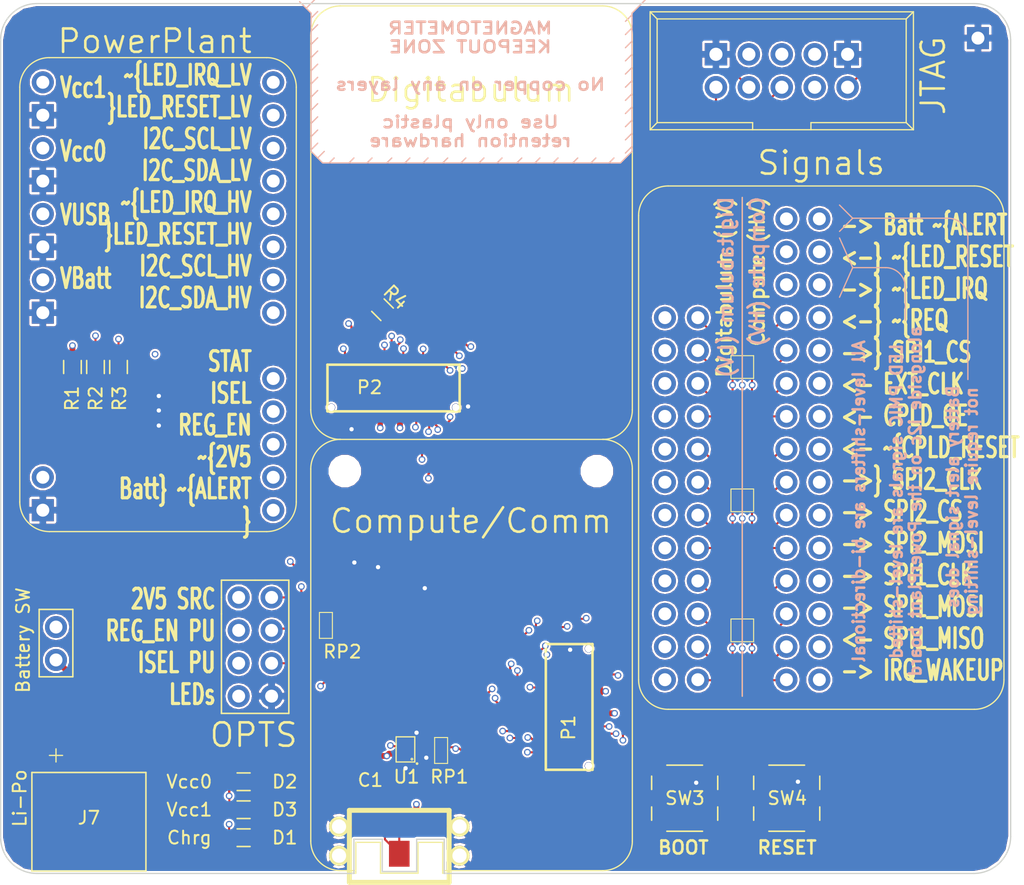
<source format=kicad_pcb>
(kicad_pcb (version 20171130) (host pcbnew 5.0.0)
  (layers (0 F.Cu signal) (1 Inner1.Cu signal hide) (2 Inner2.Cu signal hide) (31 B.Cu signal hide) (34 B.Paste user hide) (35 F.Paste user hide) (36 B.SilkS user hide) (37 F.SilkS user) (38 B.Mask user) (39 F.Mask user) (44 Edge.Cuts user))
  (net 0 "")
  (net 1 /Vbatt)
  (net 2 /~LED_INT)
  (net 3 /VCCUSB)
  (net 4 GND)
  (net 5 /VCC1)
  (net 6 /VCC0)
  (net 7 /Vlipo)
  (net 8 /I2C_SDA_LV)
  (net 9 /I2C_SCL_LV)
  (net 10 "Net-(CON1-Pad4)")
  (net 11 "Net-(CON1-Pad3)")
  (net 12 "Net-(CON1-Pad2)")
  (net 13 /USB_D+)
  (net 14 /USB_D-)
  (net 15 "Net-(D1-Pad2)")
  (net 16 /TMS)
  (net 17 /TCK)
  (net 18 /TDO)
  (net 19 /TDI)
  (net 20 "Net-(D2-Pad2)")
  (net 21 "Net-(D3-Pad2)")
  (net 22 /PMU_STAT)
  (net 23 /ALERT)
  (net 24 /~SHUTDOWN)
  (net 25 /ISEL)
  (net 26 /I2C_SDA)
  (net 27 /I2C_SCL)
  (net 28 /~LED_RESET_HV)
  (net 29 /~LED_INT_HV)
  (net 30 /~LED_RESET)
  (net 31 /IRQ_WAKEUP)
  (net 32 /SPI1_MISO)
  (net 33 /SPI1_MOSI)
  (net 34 /SPI1_CLK)
  (net 35 /SPI2_MOSI)
  (net 36 /SPI2_CS)
  (net 37 /SPI2_CLK)
  (net 38 /~CPLD_RESET)
  (net 39 /CPLD_OE)
  (net 40 /CPLD_EXT_CLK)
  (net 41 /SPI1_CS_0)
  (net 42 /~REQ)
  (net 43 /PIN_0)
  (net 44 /CHIP_PU)
  (net 45 /LED_GND)
  (net 46 /~2V5)
  (net 47 "Net-(J9-Pad3)")
  (net 48 "Net-(J9-Pad5)")
  (net 49 "Net-(J9-Pad7)")
  (net 50 "Net-(J9-Pad9)")
  (net 51 "Net-(J9-Pad11)")
  (net 52 "Net-(J9-Pad13)")
  (net 53 "Net-(J10-Pad1)")
  (net 54 /CPLD_GPIO_0)
  (net 55 "Net-(J9-Pad1)")
  (net 56 "Net-(J9-Pad15)")
  (net 57 "Net-(J9-Pad17)")
  (net 58 "Net-(J9-Pad19)")
  (net 59 "Net-(J9-Pad21)")
  (net 60 "Net-(J9-Pad23)")
  (net 61 "Net-(J9-Pad25)")
  (net 62 "Net-(J9-Pad27)")
  (net 63 "Net-(J9-Pad29)")
  (net 64 "Net-(J11-Pad4)")
  (net 65 "Net-(J11-Pad6)")
  (net 66 "Net-(J8-Pad6)")
  (net 67 "Net-(J8-Pad7)")
  (net 68 "Net-(J8-Pad8)")
  (net 69 "Net-(P2-Pad5)")
  (net 70 "Net-(P2-Pad8)")
  (net 71 "Net-(P2-Pad11)")
  (net 72 "Net-(U1-PadB1)")
  (net 73 "Net-(U1-PadC2)")
  (net 74 "Net-(U1-PadB2)")
  (net 75 "Net-(J3-Pad1)")
  (net 76 "Net-(J3-Pad3)")
  (net 77 "Net-(J3-Pad5)")
  (net 78 "Net-(J3-Pad7)")
  (net 79 "Net-(J3-Pad9)")
  (net 80 "Net-(J3-Pad11)")
  (net 81 "Net-(J3-Pad13)")
  (net 82 "Net-(J3-Pad15)")
  (net 83 "Net-(J3-Pad17)")
  (net 84 "Net-(J3-Pad19)")
  (net 85 "Net-(J3-Pad21)")
  (net 86 "Net-(J3-Pad23)")
  (net 87 "Net-(J9-Pad2)")
  (net 88 "Net-(J9-Pad4)")
  (net 89 "Net-(J9-Pad6)")
  (net 90 "Net-(J9-Pad8)")
  (net 91 "Net-(J9-Pad10)")
  (net 92 "Net-(J9-Pad12)")
  (net 93 "Net-(J9-Pad14)")
  (net 94 "Net-(J9-Pad16)")
  (net 95 "Net-(J9-Pad18)")
  (net 96 "Net-(J9-Pad20)")
  (net 97 "Net-(J9-Pad22)")
  (net 98 "Net-(J9-Pad24)")
  (module manuvr_logo:ManuvrLogo (layer F.Cu) (at 92.466198 77.4192 305)
    (fp_text reference P3 hide)
    (fp_text value CONN_01X01 hide)
    (fp_poly (pts (xy 2.51714 1.10998) (xy 2.51714 1.26492) (xy 2.5019 1.41986) (xy 2.47396 1.57226) (xy 2.43332 1.72212) (xy 2.38252 1.86436) (xy 2.3241 1.99136) (xy 2.25298 2.11582) (xy 2.17678 2.23266) (xy 2.08788 2.34442) (xy 2.00914 2.42824) (xy 1.94564 2.4892) (xy 1.94564 1.13792) (xy 1.93802 1.01854) (xy 1.92278 0.9271) (xy 1.88722 0.79756) (xy 1.8415 0.67818) (xy 1.78562 0.56134) (xy 1.71704 0.45466) (xy 1.6383 0.35306) (xy 1.5494 0.26416) (xy 1.45034 0.18034) (xy 1.34366 0.10922) (xy 1.22936 0.0508) (xy 1.10998 0.00254) (xy 1.10236 0) (xy 1.04394 -0.01778) (xy 0.99568 -0.03048) (xy 0.94742 -0.04318) (xy 0.9017 -0.04826) (xy 0.85344 -0.05334) (xy 0.8001 -0.05588) (xy 0.7366 -0.05842) (xy 0.70866 -0.05842) (xy 0.64008 -0.05842) (xy 0.58166 -0.05588) (xy 0.53086 -0.0508) (xy 0.48514 -0.04572) (xy 0.43942 -0.03556) (xy 0.39116 -0.02286) (xy 0.33782 -0.00508) (xy 0.31496 0) (xy 0.19304 0.04826) (xy 0.0762 0.10668) (xy -0.02794 0.1778) (xy -0.12446 0.25654) (xy -0.21336 0.34798) (xy -0.29464 0.44704) (xy -0.36322 0.55372) (xy -0.4191 0.66802) (xy -0.46736 0.7874) (xy -0.50038 0.9144) (xy -0.5207 1.03886) (xy -0.52578 1.09474) (xy -0.52832 1.16078) (xy -0.52578 1.2319) (xy -0.5207 1.30048) (xy -0.51308 1.36398) (xy -0.508 1.40462) (xy -0.47498 1.53416) (xy -0.42926 1.65608) (xy -0.37338 1.77292) (xy -0.3048 1.88214) (xy -0.22606 1.9812) (xy -0.13716 2.07518) (xy -0.04064 2.15646) (xy 0.0635 2.23012) (xy 0.1778 2.29108) (xy 0.29972 2.34188) (xy 0.32004 2.34696) (xy 0.4445 2.38252) (xy 0.5715 2.40284) (xy 0.70104 2.41046) (xy 0.83312 2.40284) (xy 0.9271 2.39014) (xy 1.05156 2.3622) (xy 1.17348 2.32156) (xy 1.28778 2.26568) (xy 1.397 2.20218) (xy 1.4986 2.12598) (xy 1.59258 2.03962) (xy 1.6764 1.9431) (xy 1.75006 1.83896) (xy 1.8161 1.7272) (xy 1.8669 1.6129) (xy 1.90246 1.50114) (xy 1.92786 1.3843) (xy 1.9431 1.26238) (xy 1.94564 1.13792) (xy 1.94564 2.4892) (xy 1.8923 2.54) (xy 1.76784 2.63906) (xy 1.63576 2.72542) (xy 1.49606 2.80162) (xy 1.34874 2.86512) (xy 1.19634 2.91592) (xy 1.18364 2.91846) (xy 1.08712 2.94132) (xy 0.98552 2.9591) (xy 0.87884 2.9718) (xy 0.7747 2.97942) (xy 0.6731 2.98196) (xy 0.58928 2.97942) (xy 0.42418 2.9591) (xy 0.26416 2.92608) (xy 0.11176 2.88036) (xy -0.03302 2.82194) (xy -0.17526 2.75082) (xy -0.30734 2.667) (xy -0.43688 2.57302) (xy -0.45466 2.55778) (xy -0.5715 2.4511) (xy -0.67818 2.33426) (xy -0.77216 2.2098) (xy -0.85598 2.07772) (xy -0.92964 1.93802) (xy -0.9906 1.79324) (xy -1.03632 1.64338) (xy -1.07188 1.49098) (xy -1.0922 1.33604) (xy -1.09728 1.24206) (xy -1.09982 1.14046) (xy -1.09474 1.03378) (xy -1.08458 0.93218) (xy -1.06934 0.83566) (xy -1.05918 0.7874) (xy -1.01854 0.63246) (xy -0.9652 0.48514) (xy -0.9017 0.34544) (xy -0.8255 0.21082) (xy -0.7366 0.08382) (xy -0.64008 -0.03048) (xy -0.5334 -0.14224) (xy -0.4191 -0.2413) (xy -0.29464 -0.33274) (xy -0.1651 -0.41148) (xy -0.02794 -0.48006) (xy 0.1143 -0.53594) (xy 0.26416 -0.58166) (xy 0.35052 -0.60198) (xy 0.42672 -0.61468) (xy 0.49276 -0.62484) (xy 0.5588 -0.62992) (xy 0.62738 -0.635) (xy 0.70358 -0.635) (xy 0.7112 -0.635) (xy 0.86614 -0.62992) (xy 1.016 -0.61214) (xy 1.16078 -0.57912) (xy 1.30556 -0.53594) (xy 1.4478 -0.48006) (xy 1.53416 -0.43688) (xy 1.67132 -0.36068) (xy 1.79832 -0.27178) (xy 1.9177 -0.17272) (xy 2.02946 -0.06604) (xy 2.12852 0.0508) (xy 2.21996 0.17526) (xy 2.2987 0.30734) (xy 2.36728 0.4445) (xy 2.42316 0.58928) (xy 2.46634 0.7366) (xy 2.49936 0.889) (xy 2.50698 0.95504) (xy 2.51714 1.10998)) (layer F.Cu) (width 0.00254))
    (fp_poly (pts (xy -1.45288 0.77978) (xy -1.46304 0.83566) (xy -1.47574 0.92456) (xy -1.48336 1.02362) (xy -1.4859 1.12776) (xy -1.4859 1.2319) (xy -1.48082 1.33604) (xy -1.4732 1.43256) (xy -1.46558 1.48336) (xy -1.4605 1.51892) (xy -1.45796 1.5494) (xy -1.45542 1.56972) (xy -1.45288 1.58242) (xy -1.45796 1.57988) (xy -1.4732 1.56464) (xy -1.49606 1.54178) (xy -1.52908 1.5113) (xy -1.56972 1.47066) (xy -1.61544 1.42494) (xy -1.66878 1.3716) (xy -1.7272 1.31318) (xy -1.79324 1.24714) (xy -1.86436 1.17856) (xy -1.93802 1.10236) (xy -2.01676 1.02616) (xy -2.09804 0.94234) (xy -2.18186 0.85852) (xy -2.19456 0.84582) (xy -2.29362 0.74676) (xy -2.38506 0.65532) (xy -2.46634 0.57404) (xy -2.54 0.50038) (xy -2.60604 0.43434) (xy -2.66446 0.37592) (xy -2.71526 0.32512) (xy -2.75844 0.2794) (xy -2.79654 0.2413) (xy -2.82956 0.20574) (xy -2.8575 0.1778) (xy -2.88036 0.15494) (xy -2.89814 0.13462) (xy -2.91338 0.11684) (xy -2.92354 0.10414) (xy -2.9337 0.09144) (xy -2.94132 0.08382) (xy -2.9464 0.0762) (xy -2.94894 0.06858) (xy -2.95148 0.0635) (xy -2.96164 0.0381) (xy -2.96926 0.01778) (xy -2.9718 -0.00254) (xy -2.9718 -0.03302) (xy -2.9718 -0.04826) (xy -2.96926 -0.1016) (xy -2.9591 -0.14732) (xy -2.94132 -0.18796) (xy -2.91338 -0.22606) (xy -2.90068 -0.23876) (xy -2.86004 -0.27686) (xy -2.8194 -0.3048) (xy -2.77368 -0.32258) (xy -2.76098 -0.32766) (xy -2.69748 -0.33528) (xy -2.63652 -0.33274) (xy -2.5781 -0.31242) (xy -2.54762 -0.29972) (xy -2.53746 -0.2921) (xy -2.52222 -0.27686) (xy -2.49682 -0.25654) (xy -2.46634 -0.22606) (xy -2.42824 -0.1905) (xy -2.37998 -0.14478) (xy -2.3241 -0.0889) (xy -2.2606 -0.0254) (xy -2.18694 0.04318) (xy -2.10566 0.12446) (xy -2.01422 0.2159) (xy -1.98374 0.24892) (xy -1.45288 0.77978)) (layer F.Cu) (width 0.00254))
    (fp_poly (pts (xy -0.53594 -0.63754) (xy -0.58928 -0.59944) (xy -0.69342 -0.51816) (xy -0.79502 -0.42672) (xy -0.89662 -0.32766) (xy -0.9906 -0.21844) (xy -1.05918 -0.12954) (xy -1.10744 -0.06858) (xy -1.1049 -1.42494) (xy -1.10236 -2.7813) (xy -1.0795 -2.82956) (xy -1.04648 -2.8829) (xy -1.0033 -2.92862) (xy -0.94996 -2.96418) (xy -0.9398 -2.9718) (xy -0.9144 -2.98196) (xy -0.89662 -2.98958) (xy -0.8763 -2.99212) (xy -0.8509 -2.99466) (xy -0.82042 -2.99466) (xy -0.7874 -2.99466) (xy -0.76454 -2.99212) (xy -0.74422 -2.98704) (xy -0.7239 -2.98196) (xy -0.70104 -2.96926) (xy -0.69596 -2.96672) (xy -0.64008 -2.9337) (xy -0.5969 -2.88798) (xy -0.56134 -2.83464) (xy -0.5588 -2.82956) (xy -0.53848 -2.78892) (xy -0.53594 -1.7145) (xy -0.53594 -0.63754)) (layer F.Cu) (width 0.00254))
    (fp_poly (pts (xy 2.50952 -1.4351) (xy 2.50952 -1.27762) (xy 2.50952 -1.18364) (xy 2.50698 -0.09398) (xy 2.4765 -0.13462) (xy 2.40284 -0.2286) (xy 2.31902 -0.32258) (xy 2.22758 -0.41402) (xy 2.1336 -0.50038) (xy 2.03962 -0.57658) (xy 1.96596 -0.63246) (xy 1.93294 -0.65532) (xy 1.93294 -1.47066) (xy 1.93294 -1.6002) (xy 1.93294 -1.7145) (xy 1.93294 -1.8161) (xy 1.93294 -1.90754) (xy 1.93294 -1.98628) (xy 1.93294 -2.05486) (xy 1.93294 -2.11582) (xy 1.93548 -2.16662) (xy 1.93548 -2.2098) (xy 1.93548 -2.2479) (xy 1.93802 -2.27838) (xy 1.94056 -2.30378) (xy 1.9431 -2.3241) (xy 1.94564 -2.34188) (xy 1.94818 -2.35458) (xy 1.95326 -2.36728) (xy 1.9558 -2.37744) (xy 1.96088 -2.3876) (xy 1.9685 -2.39776) (xy 1.97358 -2.40538) (xy 2.00406 -2.45364) (xy 2.04724 -2.49174) (xy 2.09804 -2.52222) (xy 2.15392 -2.54254) (xy 2.2098 -2.55016) (xy 2.26314 -2.54762) (xy 2.32664 -2.52984) (xy 2.37998 -2.49936) (xy 2.42824 -2.46126) (xy 2.46634 -2.413) (xy 2.49174 -2.35712) (xy 2.50444 -2.31394) (xy 2.50444 -2.30124) (xy 2.50444 -2.2733) (xy 2.50698 -2.23266) (xy 2.50698 -2.17932) (xy 2.50698 -2.11074) (xy 2.50952 -2.02946) (xy 2.50952 -1.93548) (xy 2.50952 -1.8288) (xy 2.50952 -1.70942) (xy 2.50952 -1.57734) (xy 2.50952 -1.4351)) (layer F.Cu) (width 0.00254))
    (fp_poly (pts (xy 1.5494 -1.41986) (xy 1.5494 -1.3208) (xy 1.5494 -1.2319) (xy 1.5494 -1.14808) (xy 1.5494 -1.07442) (xy 1.5494 -1.01092) (xy 1.54686 -0.95758) (xy 1.54686 -0.9144) (xy 1.54686 -0.88392) (xy 1.54686 -0.86614) (xy 1.54686 -0.86106) (xy 1.5367 -0.8636) (xy 1.52908 -0.86614) (xy 1.51892 -0.87122) (xy 1.4986 -0.87884) (xy 1.46812 -0.889) (xy 1.4351 -0.9017) (xy 1.42494 -0.90424) (xy 1.33858 -0.93218) (xy 1.24714 -0.95758) (xy 1.15316 -0.98044) (xy 1.0668 -0.99568) (xy 1.05156 -0.99822) (xy 0.97282 -1.01092) (xy 0.97536 -1.93802) (xy 0.97536 -2.86766) (xy 0.99314 -2.90576) (xy 1.02362 -2.96418) (xy 1.06172 -3.01244) (xy 1.10998 -3.048) (xy 1.16586 -3.0734) (xy 1.22682 -3.08864) (xy 1.26238 -3.09118) (xy 1.32588 -3.08356) (xy 1.3843 -3.06324) (xy 1.4351 -3.03276) (xy 1.48082 -2.99212) (xy 1.51638 -2.93878) (xy 1.53162 -2.9083) (xy 1.54686 -2.86766) (xy 1.5494 -1.86436) (xy 1.5494 -1.74498) (xy 1.5494 -1.63068) (xy 1.5494 -1.52146) (xy 1.5494 -1.41986)) (layer F.Cu) (width 0.00254))
    (fp_poly (pts (xy 0.56388 -1.02362) (xy 0.52324 -1.01854) (xy 0.4064 -1.0033) (xy 0.29972 -0.98552) (xy 0.20066 -0.9652) (xy 0.10414 -0.9398) (xy 0.1016 -0.9398) (xy 0.06604 -0.92964) (xy 0.0381 -0.91948) (xy 0.0127 -0.9144) (xy 0 -0.91186) (xy -0.0127 -0.90678) (xy -0.0127 -1.99136) (xy -0.0127 -2.15138) (xy -0.0127 -2.2987) (xy -0.0127 -2.43586) (xy -0.0127 -2.56032) (xy -0.0127 -2.67462) (xy -0.01016 -2.77368) (xy -0.01016 -2.86258) (xy -0.01016 -2.93878) (xy -0.01016 -2.99974) (xy -0.00762 -3.048) (xy -0.00762 -3.08356) (xy -0.00762 -3.10388) (xy -0.00508 -3.1115) (xy 0.01016 -3.16992) (xy 0.0381 -3.22072) (xy 0.0762 -3.26644) (xy 0.12192 -3.302) (xy 0.17526 -3.32994) (xy 0.23114 -3.34518) (xy 0.28956 -3.34772) (xy 0.32258 -3.34264) (xy 0.38354 -3.32486) (xy 0.43942 -3.29438) (xy 0.48514 -3.25374) (xy 0.52324 -3.20294) (xy 0.53848 -3.175) (xy 0.5588 -3.12674) (xy 0.56134 -2.07518) (xy 0.56388 -1.02362)) (layer F.Cu) (width 0.00254))
    (fp_poly (pts (xy 1.54432 1.17094) (xy 1.5367 1.27762) (xy 1.51892 1.38176) (xy 1.4859 1.47828) (xy 1.44272 1.57226) (xy 1.38938 1.65608) (xy 1.32588 1.73482) (xy 1.25222 1.80594) (xy 1.17348 1.8669) (xy 1.08458 1.9177) (xy 0.9906 1.95834) (xy 0.889 1.98628) (xy 0.78232 2.00152) (xy 0.73914 2.00406) (xy 0.70612 2.0066) (xy 0.6731 2.0066) (xy 0.6477 2.0066) (xy 0.63754 2.00406) (xy 0.52832 1.98628) (xy 0.42672 1.9558) (xy 0.3302 1.91516) (xy 0.2413 1.86436) (xy 0.16002 1.80086) (xy 0.0889 1.73228) (xy 0.0254 1.65354) (xy -0.0254 1.56718) (xy -0.06858 1.47574) (xy -0.09906 1.37668) (xy -0.11938 1.27508) (xy -0.12446 1.1684) (xy -0.12446 1.12776) (xy -0.11176 1.02108) (xy -0.08636 0.91948) (xy -0.04826 0.82042) (xy 0 0.72898) (xy 0.05842 0.64516) (xy 0.12954 0.56896) (xy 0.21082 0.50292) (xy 0.29718 0.4445) (xy 0.39624 0.39878) (xy 0.45212 0.37592) (xy 0.51054 0.36068) (xy 0.56388 0.34798) (xy 0.61976 0.34036) (xy 0.68072 0.33782) (xy 0.74676 0.34036) (xy 0.8255 0.34544) (xy 0.89916 0.35814) (xy 0.96774 0.37592) (xy 1.03632 0.40386) (xy 1.06172 0.41402) (xy 1.15824 0.46736) (xy 1.2446 0.53086) (xy 1.3208 0.60452) (xy 1.38684 0.68326) (xy 1.44272 0.77216) (xy 1.48844 0.86614) (xy 1.51892 0.9652) (xy 1.53924 1.06934) (xy 1.54432 1.17094)) (layer F.Cu) (width 0.00254))
  )
  (module Pin_Headers:Pin_Header_Straight_2x15_Pitch2.54mm (layer F.Cu) (at 84.814 70.102 180)
    (fp_text reference J9 hide)
    (fp_text value CONN_02X15 hide)
    (pad 1 thru_hole circle (at 0 0 180) (size 1.7 1.7) (drill 1) (layers *.Cu *.Mask) (net 55 "Net-(J9-Pad1)"))
    (pad 2 thru_hole oval (at 2.54 0 180) (size 1.7 1.7) (drill 1) (layers *.Cu *.Mask) (net 87 "Net-(J9-Pad2)"))
    (pad 3 thru_hole oval (at 0 2.54 180) (size 1.7 1.7) (drill 1) (layers *.Cu *.Mask) (net 47 "Net-(J9-Pad3)"))
    (pad 4 thru_hole oval (at 2.54 2.54 180) (size 1.7 1.7) (drill 1) (layers *.Cu *.Mask) (net 88 "Net-(J9-Pad4)"))
    (pad 5 thru_hole oval (at 0 5.08 180) (size 1.7 1.7) (drill 1) (layers *.Cu *.Mask) (net 48 "Net-(J9-Pad5)"))
    (pad 6 thru_hole oval (at 2.54 5.08 180) (size 1.7 1.7) (drill 1) (layers *.Cu *.Mask) (net 89 "Net-(J9-Pad6)"))
    (pad 7 thru_hole oval (at 0 7.62 180) (size 1.7 1.7) (drill 1) (layers *.Cu *.Mask) (net 49 "Net-(J9-Pad7)"))
    (pad 8 thru_hole oval (at 2.54 7.62 180) (size 1.7 1.7) (drill 1) (layers *.Cu *.Mask) (net 90 "Net-(J9-Pad8)"))
    (pad 9 thru_hole oval (at 0 10.16 180) (size 1.7 1.7) (drill 1) (layers *.Cu *.Mask) (net 50 "Net-(J9-Pad9)"))
    (pad 10 thru_hole oval (at 2.54 10.16 180) (size 1.7 1.7) (drill 1) (layers *.Cu *.Mask) (net 91 "Net-(J9-Pad10)"))
    (pad 11 thru_hole oval (at 0 12.7 180) (size 1.7 1.7) (drill 1) (layers *.Cu *.Mask) (net 51 "Net-(J9-Pad11)"))
    (pad 12 thru_hole oval (at 2.54 12.7 180) (size 1.7 1.7) (drill 1) (layers *.Cu *.Mask) (net 92 "Net-(J9-Pad12)"))
    (pad 13 thru_hole oval (at 0 15.24 180) (size 1.7 1.7) (drill 1) (layers *.Cu *.Mask) (net 52 "Net-(J9-Pad13)"))
    (pad 14 thru_hole oval (at 2.54 15.24 180) (size 1.7 1.7) (drill 1) (layers *.Cu *.Mask) (net 93 "Net-(J9-Pad14)"))
    (pad 15 thru_hole oval (at 0 17.78 180) (size 1.7 1.7) (drill 1) (layers *.Cu *.Mask) (net 56 "Net-(J9-Pad15)"))
    (pad 16 thru_hole oval (at 2.54 17.78 180) (size 1.7 1.7) (drill 1) (layers *.Cu *.Mask) (net 94 "Net-(J9-Pad16)"))
    (pad 17 thru_hole oval (at 0 20.32 180) (size 1.7 1.7) (drill 1) (layers *.Cu *.Mask) (net 57 "Net-(J9-Pad17)"))
    (pad 18 thru_hole oval (at 2.54 20.32 180) (size 1.7 1.7) (drill 1) (layers *.Cu *.Mask) (net 95 "Net-(J9-Pad18)"))
    (pad 19 thru_hole oval (at 0 22.86 180) (size 1.7 1.7) (drill 1) (layers *.Cu *.Mask) (net 58 "Net-(J9-Pad19)"))
    (pad 20 thru_hole oval (at 2.54 22.86 180) (size 1.7 1.7) (drill 1) (layers *.Cu *.Mask) (net 96 "Net-(J9-Pad20)"))
    (pad 21 thru_hole oval (at 0 25.4 180) (size 1.7 1.7) (drill 1) (layers *.Cu *.Mask) (net 59 "Net-(J9-Pad21)"))
    (pad 22 thru_hole oval (at 2.54 25.4 180) (size 1.7 1.7) (drill 1) (layers *.Cu *.Mask) (net 97 "Net-(J9-Pad22)"))
    (pad 23 thru_hole oval (at 0 27.94 180) (size 1.7 1.7) (drill 1) (layers *.Cu *.Mask) (net 60 "Net-(J9-Pad23)"))
    (pad 24 thru_hole oval (at 2.54 27.94 180) (size 1.7 1.7) (drill 1) (layers *.Cu *.Mask) (net 98 "Net-(J9-Pad24)"))
    (pad 25 thru_hole oval (at 0 30.48 180) (size 1.7 1.7) (drill 1) (layers *.Cu *.Mask) (net 61 "Net-(J9-Pad25)"))
    (pad 26 thru_hole oval (at 2.54 30.48 180) (size 1.7 1.7) (drill 1) (layers *.Cu *.Mask) (net 29 /~LED_INT_HV))
    (pad 27 thru_hole oval (at 0 33.02 180) (size 1.7 1.7) (drill 1) (layers *.Cu *.Mask) (net 62 "Net-(J9-Pad27)"))
    (pad 28 thru_hole oval (at 2.54 33.02 180) (size 1.7 1.7) (drill 1) (layers *.Cu *.Mask) (net 28 /~LED_RESET_HV))
    (pad 29 thru_hole oval (at 0 35.56 180) (size 1.7 1.7) (drill 1) (layers *.Cu *.Mask) (net 63 "Net-(J9-Pad29)"))
    (pad 30 thru_hole oval (at 2.54 35.56 180) (size 1.7 1.7) (drill 1) (layers *.Cu *.Mask) (net 23 /ALERT))
  )
  (module Pin_Headers:Pin_Header_Straight_2x12_Pitch2.54mm (layer F.Cu) (at 75.438 70.104 180)
    (fp_text reference J3 hide)
    (fp_text value Conn_02x12_Odd_Even hide)
    (pad 1 thru_hole circle (at 0 0 180) (size 1.7 1.7) (drill 1) (layers *.Cu *.Mask) (net 75 "Net-(J3-Pad1)"))
    (pad 2 thru_hole oval (at 2.54 0 180) (size 1.7 1.7) (drill 1) (layers *.Cu *.Mask) (net 31 /IRQ_WAKEUP))
    (pad 3 thru_hole oval (at 0 2.54 180) (size 1.7 1.7) (drill 1) (layers *.Cu *.Mask) (net 76 "Net-(J3-Pad3)"))
    (pad 4 thru_hole oval (at 2.54 2.54 180) (size 1.7 1.7) (drill 1) (layers *.Cu *.Mask) (net 32 /SPI1_MISO))
    (pad 5 thru_hole oval (at 0 5.08 180) (size 1.7 1.7) (drill 1) (layers *.Cu *.Mask) (net 77 "Net-(J3-Pad5)"))
    (pad 6 thru_hole oval (at 2.54 5.08 180) (size 1.7 1.7) (drill 1) (layers *.Cu *.Mask) (net 33 /SPI1_MOSI))
    (pad 7 thru_hole oval (at 0 7.62 180) (size 1.7 1.7) (drill 1) (layers *.Cu *.Mask) (net 78 "Net-(J3-Pad7)"))
    (pad 8 thru_hole oval (at 2.54 7.62 180) (size 1.7 1.7) (drill 1) (layers *.Cu *.Mask) (net 34 /SPI1_CLK))
    (pad 9 thru_hole oval (at 0 10.16 180) (size 1.7 1.7) (drill 1) (layers *.Cu *.Mask) (net 79 "Net-(J3-Pad9)"))
    (pad 10 thru_hole oval (at 2.54 10.16 180) (size 1.7 1.7) (drill 1) (layers *.Cu *.Mask) (net 35 /SPI2_MOSI))
    (pad 11 thru_hole oval (at 0 12.7 180) (size 1.7 1.7) (drill 1) (layers *.Cu *.Mask) (net 80 "Net-(J3-Pad11)"))
    (pad 12 thru_hole oval (at 2.54 12.7 180) (size 1.7 1.7) (drill 1) (layers *.Cu *.Mask) (net 36 /SPI2_CS))
    (pad 13 thru_hole oval (at 0 15.24 180) (size 1.7 1.7) (drill 1) (layers *.Cu *.Mask) (net 81 "Net-(J3-Pad13)"))
    (pad 14 thru_hole oval (at 2.54 15.24 180) (size 1.7 1.7) (drill 1) (layers *.Cu *.Mask) (net 37 /SPI2_CLK))
    (pad 15 thru_hole oval (at 0 17.78 180) (size 1.7 1.7) (drill 1) (layers *.Cu *.Mask) (net 82 "Net-(J3-Pad15)"))
    (pad 16 thru_hole oval (at 2.54 17.78 180) (size 1.7 1.7) (drill 1) (layers *.Cu *.Mask) (net 38 /~CPLD_RESET))
    (pad 17 thru_hole oval (at 0 20.32 180) (size 1.7 1.7) (drill 1) (layers *.Cu *.Mask) (net 83 "Net-(J3-Pad17)"))
    (pad 18 thru_hole oval (at 2.54 20.32 180) (size 1.7 1.7) (drill 1) (layers *.Cu *.Mask) (net 39 /CPLD_OE))
    (pad 19 thru_hole oval (at 0 22.86 180) (size 1.7 1.7) (drill 1) (layers *.Cu *.Mask) (net 84 "Net-(J3-Pad19)"))
    (pad 20 thru_hole oval (at 2.54 22.86 180) (size 1.7 1.7) (drill 1) (layers *.Cu *.Mask) (net 40 /CPLD_EXT_CLK))
    (pad 21 thru_hole oval (at 0 25.4 180) (size 1.7 1.7) (drill 1) (layers *.Cu *.Mask) (net 85 "Net-(J3-Pad21)"))
    (pad 22 thru_hole oval (at 2.54 25.4 180) (size 1.7 1.7) (drill 1) (layers *.Cu *.Mask) (net 41 /SPI1_CS_0))
    (pad 23 thru_hole oval (at 0 27.94 180) (size 1.7 1.7) (drill 1) (layers *.Cu *.Mask) (net 86 "Net-(J3-Pad23)"))
    (pad 24 thru_hole oval (at 2.54 27.94 180) (size 1.7 1.7) (drill 1) (layers *.Cu *.Mask) (net 42 /~REQ))
  )
  (module Pin_Headers:Pin_Header_Straight_2x04_Pitch2.54mm (layer F.Cu) (at 40.005 63.754)
    (fp_text reference J11)
    (fp_text value OPTS (at 1.153198 10.6172) (layer F.SilkS) (effects (font (size 1.8 1.8) (thickness 0.2))))
    (pad 1 thru_hole circle (at 0 0) (size 1.7 1.7) (drill 1) (layers *.Cu *.Mask) (net 54 /CPLD_GPIO_0))
    (pad 2 thru_hole oval (at 2.54 0) (size 1.7 1.7) (drill 1) (layers *.Cu *.Mask) (net 46 /~2V5))
    (pad 3 thru_hole oval (at 0 2.54) (size 1.7 1.7) (drill 1) (layers *.Cu *.Mask) (net 24 /~SHUTDOWN))
    (pad 4 thru_hole oval (at 2.54 2.54) (size 1.7 1.7) (drill 1) (layers *.Cu *.Mask) (net 64 "Net-(J11-Pad4)"))
    (pad 5 thru_hole oval (at 0 5.08) (size 1.7 1.7) (drill 1) (layers *.Cu *.Mask) (net 25 /ISEL))
    (pad 6 thru_hole oval (at 2.54 5.08) (size 1.7 1.7) (drill 1) (layers *.Cu *.Mask) (net 65 "Net-(J11-Pad6)"))
    (pad 7 thru_hole oval (at 0 7.62) (size 1.7 1.7) (drill 1) (layers *.Cu *.Mask) (net 45 /LED_GND))
    (pad 8 thru_hole oval (at 2.54 7.62) (size 1.7 1.7) (drill 1) (layers *.Cu *.Mask) (net 4 GND))
  )
  (module Pin_Headers:Pin_Header_Straight_1x02_Pitch2.54mm (layer F.Cu) (at 25.908 68.58 180)
    (fp_text reference J10 hide)
    (fp_text value "Battery SW" (at 2.54 1.524 270) (layer F.SilkS))
    (pad 1 thru_hole circle (at 0 0 180) (size 1.7 1.7) (drill 1) (layers *.Cu *.Mask) (net 53 "Net-(J10-Pad1)"))
    (pad 2 thru_hole oval (at 0 2.54 180) (size 1.7 1.7) (drill 1) (layers *.Cu *.Mask) (net 7 /Vlipo))
  )
  (module Connect:IDC_Header_Straight_10pins (layer F.Cu) (at 76.835 24.384)
    (fp_text reference J8 hide)
    (fp_text value JTAG hide)
    (pad 1 thru_hole circle (at 0 0) (size 1.7272 1.7272) (drill 1.016) (layers *.Cu *.Mask) (net 17 /TCK))
    (pad 2 thru_hole rect (at 0 -2.54) (size 1.7272 1.7272) (drill 1.016) (layers *.Cu *.Mask) (net 4 GND))
    (pad 3 thru_hole oval (at 2.54 0) (size 1.7272 1.7272) (drill 1.016) (layers *.Cu *.Mask) (net 18 /TDO))
    (pad 4 thru_hole oval (at 2.54 -2.54) (size 1.7272 1.7272) (drill 1.016) (layers *.Cu *.Mask) (net 5 /VCC1))
    (pad 5 thru_hole oval (at 5.08 0) (size 1.7272 1.7272) (drill 1.016) (layers *.Cu *.Mask) (net 16 /TMS))
    (pad 6 thru_hole oval (at 5.08 -2.54) (size 1.7272 1.7272) (drill 1.016) (layers *.Cu *.Mask) (net 66 "Net-(J8-Pad6)"))
    (pad 7 thru_hole oval (at 7.62 0) (size 1.7272 1.7272) (drill 1.016) (layers *.Cu *.Mask) (net 67 "Net-(J8-Pad7)"))
    (pad 8 thru_hole oval (at 7.62 -2.54) (size 1.7272 1.7272) (drill 1.016) (layers *.Cu *.Mask) (net 68 "Net-(J8-Pad8)"))
    (pad 9 thru_hole oval (at 10.16 0) (size 1.7272 1.7272) (drill 1.016) (layers *.Cu *.Mask) (net 19 /TDI))
    (pad 10 thru_hole rect (at 10.16 -2.54) (size 1.7272 1.7272) (drill 1.016) (layers *.Cu *.Mask) (net 4 GND))
  )
  (module Pin_Headers:Pin_Header_Straight_1x01_Pitch2.54mm (layer F.Cu) (at 97.053 20.593)
    (fp_text reference P4 hide)
    (fp_text value CONN_01X01 hide)
    (pad 1 thru_hole rect (at 0 0) (size 1.7 1.7) (drill 1) (layers *.Cu *.Mask) (net 4 GND))
  )
  (module Pin_Headers:Pin_Header_Straight_1x02_Pitch2.54mm (layer F.Cu) (at 24.892 54.483)
    (fp_text reference J4 hide)
    (fp_text value CONN_01X02 hide)
    (pad 1 thru_hole circle (at 0 0) (size 1.7 1.7) (drill 1) (layers *.Cu *.Mask) (net 7 /Vlipo))
    (pad 2 thru_hole rect (at 0 2.54) (size 1.7 1.7) (drill 1) (layers *.Cu *.Mask) (net 4 GND))
  )
  (module Pin_Headers:Pin_Header_Straight_1x05_Pitch2.54mm (layer F.Cu) (at 42.672 57.023 180)
    (fp_text reference J1 hide)
    (fp_text value CONN_01X05 hide)
    (pad 1 thru_hole circle (at 0 0 180) (size 1.7 1.7) (drill 1) (layers *.Cu *.Mask) (net 23 /ALERT))
    (pad 2 thru_hole oval (at 0 2.54 180) (size 1.7 1.7) (drill 1) (layers *.Cu *.Mask) (net 46 /~2V5))
    (pad 3 thru_hole oval (at 0 5.08 180) (size 1.7 1.7) (drill 1) (layers *.Cu *.Mask) (net 24 /~SHUTDOWN))
    (pad 4 thru_hole oval (at 0 7.62 180) (size 1.7 1.7) (drill 1) (layers *.Cu *.Mask) (net 25 /ISEL))
    (pad 5 thru_hole oval (at 0 10.16 180) (size 1.7 1.7) (drill 1) (layers *.Cu *.Mask) (net 22 /PMU_STAT))
  )
  (module Pin_Headers:Pin_Header_Straight_1x08_Pitch2.54mm (layer F.Cu) (at 42.672 41.783 180)
    (fp_text reference J2 hide)
    (fp_text value CONN_01X08 hide)
    (pad 1 thru_hole circle (at 0 0 180) (size 1.7 1.7) (drill 1) (layers *.Cu *.Mask) (net 26 /I2C_SDA))
    (pad 2 thru_hole oval (at 0 2.54 180) (size 1.7 1.7) (drill 1) (layers *.Cu *.Mask) (net 27 /I2C_SCL))
    (pad 3 thru_hole oval (at 0 5.08 180) (size 1.7 1.7) (drill 1) (layers *.Cu *.Mask) (net 28 /~LED_RESET_HV))
    (pad 4 thru_hole oval (at 0 7.62 180) (size 1.7 1.7) (drill 1) (layers *.Cu *.Mask) (net 29 /~LED_INT_HV))
    (pad 5 thru_hole oval (at 0 10.16 180) (size 1.7 1.7) (drill 1) (layers *.Cu *.Mask) (net 8 /I2C_SDA_LV))
    (pad 6 thru_hole oval (at 0 12.7 180) (size 1.7 1.7) (drill 1) (layers *.Cu *.Mask) (net 9 /I2C_SCL_LV))
    (pad 7 thru_hole oval (at 0 15.24 180) (size 1.7 1.7) (drill 1) (layers *.Cu *.Mask) (net 30 /~LED_RESET))
    (pad 8 thru_hole oval (at 0 17.78 180) (size 1.7 1.7) (drill 1) (layers *.Cu *.Mask) (net 2 /~LED_INT))
  )
  (module Pin_Headers:Pin_Header_Straight_1x08_Pitch2.54mm (layer F.Cu) (at 24.892 24.003)
    (fp_text reference J5 hide)
    (fp_text value CONN_01X08 hide)
    (pad 1 thru_hole circle (at 0 0) (size 1.7 1.7) (drill 1) (layers *.Cu *.Mask) (net 5 /VCC1))
    (pad 2 thru_hole rect (at 0 2.54) (size 1.7 1.7) (drill 1) (layers *.Cu *.Mask) (net 4 GND))
    (pad 3 thru_hole oval (at 0 5.08) (size 1.7 1.7) (drill 1) (layers *.Cu *.Mask) (net 6 /VCC0))
    (pad 4 thru_hole rect (at 0 7.62) (size 1.7 1.7) (drill 1) (layers *.Cu *.Mask) (net 4 GND))
    (pad 5 thru_hole oval (at 0 10.16) (size 1.7 1.7) (drill 1) (layers *.Cu *.Mask) (net 3 /VCCUSB))
    (pad 6 thru_hole rect (at 0 12.7) (size 1.7 1.7) (drill 1) (layers *.Cu *.Mask) (net 4 GND))
    (pad 7 thru_hole oval (at 0 15.24) (size 1.7 1.7) (drill 1) (layers *.Cu *.Mask) (net 1 /Vbatt))
    (pad 8 thru_hole rect (at 0 17.78) (size 1.7 1.7) (drill 1) (layers *.Cu *.Mask) (net 4 GND))
  )
  (module iansModules:USB_ZX62WRD-B-5PC (layer F.Cu) (at 52.397 84.785 90)
    (fp_text reference CON1 hide)
    (fp_text value USB-MICRO-B hide)
    (pad 5 smd rect (at 3.44932 -1.3 90) (size 1.3 0.4) (layers F.Cu F.Paste F.Mask) (net 4 GND))
    (pad 4 smd rect (at 3.44932 -0.65 90) (size 1.3 0.4) (layers F.Cu F.Paste F.Mask) (net 10 "Net-(CON1-Pad4)"))
    (pad 3 smd rect (at 3.44932 0 90) (size 1.3 0.4) (layers F.Cu F.Paste F.Mask) (net 11 "Net-(CON1-Pad3)"))
    (pad 2 smd rect (at 3.44932 0.65 90) (size 1.3 0.4) (layers F.Cu F.Paste F.Mask) (net 12 "Net-(CON1-Pad2)"))
    (pad 1 smd rect (at 3.44932 1.3 90) (size 1.3 0.4) (layers F.Cu F.Paste F.Mask) (net 3 /VCCUSB))
    (pad G0 smd rect (at 3.34932 -3.05 90) (size 1.1 2.15) (layers F.Cu F.Paste F.Mask) (net 4 GND))
    (pad G2 smd rect (at 1.24932 0 90) (size 2 1.59) (layers F.Cu F.Paste F.Mask) (net 4 GND))
    (pad G1 smd rect (at 3.34932 3.05 90) (size 1.1 2.15) (layers F.Cu F.Paste F.Mask) (net 4 GND))
    (pad G3 thru_hole circle (at 3.34932 -4.65 180) (size 1.55 1.55) (drill 1.1) (layers *.Cu *.Mask F.SilkS) (net 4 GND))
    (pad G5 thru_hole circle (at 3.34932 4.65 180) (size 1.55 1.55) (drill 1.1) (layers *.Cu *.Mask F.SilkS) (net 4 GND))
    (pad G4 thru_hole circle (at 1.09932 -4.65 180) (size 1.55 1.55) (drill 1.1) (layers *.Cu *.Mask F.SilkS) (net 4 GND))
    (pad G6 thru_hole circle (at 1.09932 4.65 180) (size 1.55 1.55) (drill 1.1) (layers *.Cu *.Mask F.SilkS) (net 4 GND))
  )
  (module r2Parts:RES_4_EXBN8V (layer F.Cu) (at 55.626 75.565 180)
    (fp_text reference RP1 (at -0.635 -2.032 180) (layer F.SilkS))
    (fp_text value 22 hide)
    (pad 1 smd rect (at 0.5 0.75 180) (size 0.4 0.3) (layers F.Cu F.Paste F.Mask) (net 12 "Net-(CON1-Pad2)"))
    (pad 2 smd rect (at 0.5 0.25 180) (size 0.4 0.3) (layers F.Cu F.Paste F.Mask) (net 11 "Net-(CON1-Pad3)"))
    (pad 3 smd rect (at 0.5 -0.25 180) (size 0.4 0.3) (layers F.Cu F.Paste F.Mask) (net 4 GND))
    (pad 4 smd rect (at 0.5 -0.75 180) (size 0.4 0.3) (layers F.Cu F.Paste F.Mask) (net 4 GND))
    (pad 5 smd rect (at -0.5 -0.75 180) (size 0.4 0.3) (layers F.Cu F.Paste F.Mask) (net 4 GND))
    (pad 6 smd rect (at -0.5 -0.25 180) (size 0.4 0.3) (layers F.Cu F.Paste F.Mask) (net 4 GND))
    (pad 7 smd rect (at -0.5 0.25 180) (size 0.4 0.3) (layers F.Cu F.Paste F.Mask) (net 13 /USB_D+))
    (pad 8 smd rect (at -0.5 0.75 180) (size 0.4 0.3) (layers F.Cu F.Paste F.Mask) (net 14 /USB_D-))
  )
  (module r2Parts:FCBGA12 (layer F.Cu) (at 53.594 76.454 180)
    (fp_text reference U1 (at 0.635 -1.143 180) (layer F.SilkS) (effects (font (thickness 0.1524))))
    (fp_text value EMIF02-USB03F2 hide)
    (pad A2 smd circle (at 0.72 0.22 180) (size 0.25 0.25) (layers F.Cu F.Paste F.Mask) (net 4 GND))
    (pad A3 smd circle (at 1.22 0.22 180) (size 0.25 0.25) (layers F.Cu F.Paste F.Mask) (net 10 "Net-(CON1-Pad4)"))
    (pad B1 smd circle (at 0.22 0.72 180) (size 0.25 0.25) (layers F.Cu F.Paste F.Mask) (net 72 "Net-(U1-PadB1)"))
    (pad C1 smd circle (at 0.22 1.22 180) (size 0.25 0.25) (layers F.Cu F.Paste F.Mask) (net 11 "Net-(CON1-Pad3)"))
    (pad D1 smd circle (at 0.22 1.72 180) (size 0.25 0.25) (layers F.Cu F.Paste F.Mask) (net 12 "Net-(CON1-Pad2)"))
    (pad D3 smd circle (at 1.22 1.72 180) (size 0.25 0.25) (layers F.Cu F.Paste F.Mask) (net 14 /USB_D-))
    (pad C3 smd circle (at 1.22 1.22 180) (size 0.25 0.25) (layers F.Cu F.Paste F.Mask) (net 13 /USB_D+))
    (pad C2 smd circle (at 0.72 1.22 180) (size 0.25 0.25) (layers F.Cu F.Paste F.Mask) (net 73 "Net-(U1-PadC2)"))
    (pad D2 smd circle (at 0.72 1.72 180) (size 0.25 0.25) (layers F.Cu F.Paste F.Mask) (net 4 GND))
    (pad B3 smd circle (at 1.22 0.72 180) (size 0.25 0.25) (layers F.Cu F.Paste F.Mask) (net 3 /VCCUSB))
    (pad B2 smd circle (at 0.72 0.72 180) (size 0.25 0.25) (layers F.Cu F.Paste F.Mask) (net 74 "Net-(U1-PadB2)"))
  )
  (module "r2Parts:DF12(3.0)-32DS-0.5V(86)" (layer F.Cu) (at 52.957 47.595 90)
    (fp_text reference P2 (at 0.05 -2.85 180) (layer F.SilkS))
    (fp_text value "Sensor Socket" hide)
    (pad "" np_thru_hole circle (at -1.5 3.8 90) (size 0.6 0.6) (drill 0.55) (layers *.Cu))
    (pad "" np_thru_hole circle (at -1.5 -5.8 90) (size 0.6 0.6) (drill 0.55) (layers *.Cu))
    (pad N0 smd rect (at 0 -6.45 90) (size 1.8 0.8) (layers F.Cu F.Paste F.Mask) (net 4 GND))
    (pad N1 smd rect (at 0 4.45 90) (size 1.8 0.8) (layers F.Cu F.Paste F.Mask) (net 4 GND))
    (pad 1 smd rect (at -1.8 -4.75 90) (size 1.6 0.2) (layers F.Cu F.Paste F.Mask) (net 4 GND))
    (pad 2 smd rect (at -1.8 -4.25 90) (size 1.6 0.2) (layers F.Cu F.Paste F.Mask) (net 4 GND))
    (pad 3 smd rect (at -1.8 -3.75 90) (size 1.6 0.2) (layers F.Cu F.Paste F.Mask) (net 4 GND))
    (pad 4 smd rect (at -1.8 -3.25 90) (size 1.6 0.2) (layers F.Cu F.Paste F.Mask) (net 4 GND))
    (pad 5 smd rect (at -1.8 -2.75 90) (size 1.6 0.2) (layers F.Cu F.Paste F.Mask) (net 69 "Net-(P2-Pad5)"))
    (pad 6 smd rect (at -1.8 -2.25 90) (size 1.6 0.2) (layers F.Cu F.Paste F.Mask) (net 5 /VCC1))
    (pad 7 smd rect (at -1.8 -1.75 90) (size 1.6 0.2) (layers F.Cu F.Paste F.Mask) (net 5 /VCC1))
    (pad 8 smd rect (at -1.8 -1.25 90) (size 1.6 0.2) (layers F.Cu F.Paste F.Mask) (net 70 "Net-(P2-Pad8)"))
    (pad 9 smd rect (at -1.8 -0.75 90) (size 1.6 0.2) (layers F.Cu F.Paste F.Mask) (net 1 /Vbatt))
    (pad 10 smd rect (at -1.8 -0.25 90) (size 1.6 0.2) (layers F.Cu F.Paste F.Mask) (net 1 /Vbatt))
    (pad 11 smd rect (at -1.8 0.25 90) (size 1.6 0.2) (layers F.Cu F.Paste F.Mask) (net 71 "Net-(P2-Pad11)"))
    (pad 12 smd rect (at -1.8 0.75 90) (size 1.6 0.2) (layers F.Cu F.Paste F.Mask) (net 42 /~REQ))
    (pad 13 smd rect (at -1.8 1.25 90) (size 1.6 0.2) (layers F.Cu F.Paste F.Mask) (net 2 /~LED_INT))
    (pad 14 smd rect (at -1.8 1.75 90) (size 1.6 0.2) (layers F.Cu F.Paste F.Mask) (net 8 /I2C_SDA_LV))
    (pad 15 smd rect (at -1.8 2.25 90) (size 1.6 0.2) (layers F.Cu F.Paste F.Mask) (net 9 /I2C_SCL_LV))
    (pad 16 smd rect (at -1.8 2.75 90) (size 1.6 0.2) (layers F.Cu F.Paste F.Mask) (net 30 /~LED_RESET))
    (pad 17 smd rect (at 1.8 2.75 270) (size 1.6 0.2) (layers F.Cu F.Paste F.Mask) (net 31 /IRQ_WAKEUP))
    (pad 18 smd rect (at 1.8 2.25 270) (size 1.6 0.2) (layers F.Cu F.Paste F.Mask) (net 32 /SPI1_MISO))
    (pad 19 smd rect (at 1.8 1.75 270) (size 1.6 0.2) (layers F.Cu F.Paste F.Mask) (net 33 /SPI1_MOSI))
    (pad 20 smd rect (at 1.8 1.25 270) (size 1.6 0.2) (layers F.Cu F.Paste F.Mask) (net 34 /SPI1_CLK))
    (pad 21 smd rect (at 1.8 0.75 90) (size 1.6 0.2) (layers F.Cu F.Paste F.Mask) (net 54 /CPLD_GPIO_0))
    (pad 22 smd rect (at 1.8 0.25 90) (size 1.6 0.2) (layers F.Cu F.Paste F.Mask) (net 35 /SPI2_MOSI))
    (pad 23 smd rect (at 1.8 -0.25 90) (size 1.6 0.2) (layers F.Cu F.Paste F.Mask) (net 36 /SPI2_CS))
    (pad 24 smd rect (at 1.8 -0.75 90) (size 1.6 0.2) (layers F.Cu F.Paste F.Mask) (net 37 /SPI2_CLK))
    (pad 25 smd rect (at 1.8 -1.25 90) (size 1.6 0.2) (layers F.Cu F.Paste F.Mask) (net 38 /~CPLD_RESET))
    (pad 26 smd rect (at 1.8 -1.75 90) (size 1.6 0.2) (layers F.Cu F.Paste F.Mask) (net 39 /CPLD_OE))
    (pad 27 smd rect (at 1.8 -2.25 90) (size 1.6 0.2) (layers F.Cu F.Paste F.Mask) (net 16 /TMS))
    (pad 28 smd rect (at 1.8 -2.75 90) (size 1.6 0.2) (layers F.Cu F.Paste F.Mask) (net 17 /TCK))
    (pad 29 smd rect (at 1.8 -3.25 90) (size 1.6 0.2) (layers F.Cu F.Paste F.Mask) (net 18 /TDO))
    (pad 30 smd rect (at 1.8 -3.75 90) (size 1.6 0.2) (layers F.Cu F.Paste F.Mask) (net 19 /TDI))
    (pad 31 smd rect (at 1.8 -4.25 90) (size 1.6 0.2) (layers F.Cu F.Paste F.Mask) (net 40 /CPLD_EXT_CLK))
    (pad 32 smd rect (at 1.8 -4.75 90) (size 1.6 0.2) (layers F.Cu F.Paste F.Mask) (net 41 /SPI1_CS_0))
  )
  (module Capacitors_SMD:C_0402_NoSilk (layer F.Cu) (at 49.911 76.454 180)
    (fp_text reference C1 (at -0.254 -1.397) (layer F.SilkS))
    (fp_text value 10uF hide)
    (pad 1 smd rect (at -0.55 0 180) (size 0.6 0.5) (layers F.Cu F.Paste F.Mask) (net 3 /VCCUSB))
    (pad 2 smd rect (at 0.55 0 180) (size 0.6 0.5) (layers F.Cu F.Paste F.Mask) (net 4 GND))
  )
  (module "r2Parts:DF12(4.0)-30DS-0.5V(86)" (layer F.Cu) (at 65.507 72.205 180)
    (fp_text reference P1 (at 0.05 -1.6 270) (layer F.SilkS))
    (fp_text value "Compute Socket" hide)
    (pad "" np_thru_hole circle (at -1.5 4.5 180) (size 0.6 0.6) (drill 0.55) (layers *.Cu))
    (pad "" np_thru_hole circle (at -1.5 -4.55 180) (size 0.6 0.6) (drill 0.55) (layers *.Cu))
    (pad N0 smd rect (at 0 -5.2 180) (size 1.8 0.8) (layers F.Cu F.Paste F.Mask) (net 4 GND))
    (pad N1 smd rect (at 0 5.25 180) (size 1.8 0.8) (layers F.Cu F.Paste F.Mask) (net 4 GND))
    (pad 1 smd rect (at -1.8 -3.5 180) (size 1.6 0.2) (layers F.Cu F.Paste F.Mask) (net 14 /USB_D-))
    (pad 2 smd rect (at -1.8 -3 180) (size 1.6 0.2) (layers F.Cu F.Paste F.Mask) (net 13 /USB_D+))
    (pad 3 smd rect (at -1.8 -2.5 180) (size 1.6 0.2) (layers F.Cu F.Paste F.Mask) (net 4 GND))
    (pad 4 smd rect (at -1.8 -2 180) (size 1.6 0.2) (layers F.Cu F.Paste F.Mask) (net 27 /I2C_SCL))
    (pad 5 smd rect (at -1.8 -1.5 180) (size 1.6 0.2) (layers F.Cu F.Paste F.Mask) (net 26 /I2C_SDA))
    (pad 6 smd rect (at -1.8 -1 180) (size 1.6 0.2) (layers F.Cu F.Paste F.Mask) (net 25 /ISEL))
    (pad 7 smd rect (at -1.8 -0.5 180) (size 1.6 0.2) (layers F.Cu F.Paste F.Mask) (net 3 /VCCUSB))
    (pad 8 smd rect (at -1.8 0 180) (size 1.6 0.2) (layers F.Cu F.Paste F.Mask) (net 4 GND))
    (pad 9 smd rect (at -1.8 0.5 180) (size 1.6 0.2) (layers F.Cu F.Paste F.Mask) (net 4 GND))
    (pad 10 smd rect (at -1.8 1 180) (size 1.6 0.2) (layers F.Cu F.Paste F.Mask) (net 6 /VCC0))
    (pad 11 smd rect (at -1.8 1.5 180) (size 1.6 0.2) (layers F.Cu F.Paste F.Mask) (net 6 /VCC0))
    (pad 12 smd rect (at -1.8 2 180) (size 1.6 0.2) (layers F.Cu F.Paste F.Mask) (net 4 GND))
    (pad 13 smd rect (at -1.8 2.5 180) (size 1.6 0.2) (layers F.Cu F.Paste F.Mask) (net 24 /~SHUTDOWN))
    (pad 14 smd rect (at -1.8 3 180) (size 1.6 0.2) (layers F.Cu F.Paste F.Mask) (net 43 /PIN_0))
    (pad 15 smd rect (at -1.8 3.5 180) (size 1.6 0.2) (layers F.Cu F.Paste F.Mask) (net 44 /CHIP_PU))
    (pad 16 smd rect (at 1.8 3.5) (size 1.6 0.2) (layers F.Cu F.Paste F.Mask) (net 55 "Net-(J9-Pad1)"))
    (pad 17 smd rect (at 1.8 3) (size 1.6 0.2) (layers F.Cu F.Paste F.Mask) (net 47 "Net-(J9-Pad3)"))
    (pad 18 smd rect (at 1.8 2.5) (size 1.6 0.2) (layers F.Cu F.Paste F.Mask) (net 48 "Net-(J9-Pad5)"))
    (pad 19 smd rect (at 1.8 2) (size 1.6 0.2) (layers F.Cu F.Paste F.Mask) (net 49 "Net-(J9-Pad7)"))
    (pad 20 smd rect (at 1.8 1.5) (size 1.6 0.2) (layers F.Cu F.Paste F.Mask) (net 50 "Net-(J9-Pad9)"))
    (pad 21 smd rect (at 1.8 1 180) (size 1.6 0.2) (layers F.Cu F.Paste F.Mask) (net 51 "Net-(J9-Pad11)"))
    (pad 22 smd rect (at 1.8 0.5 180) (size 1.6 0.2) (layers F.Cu F.Paste F.Mask) (net 52 "Net-(J9-Pad13)"))
    (pad 23 smd rect (at 1.8 0 180) (size 1.6 0.2) (layers F.Cu F.Paste F.Mask) (net 56 "Net-(J9-Pad15)"))
    (pad 24 smd rect (at 1.8 -0.5 180) (size 1.6 0.2) (layers F.Cu F.Paste F.Mask) (net 57 "Net-(J9-Pad17)"))
    (pad 25 smd rect (at 1.8 -1 180) (size 1.6 0.2) (layers F.Cu F.Paste F.Mask) (net 58 "Net-(J9-Pad19)"))
    (pad 26 smd rect (at 1.8 -1.5 180) (size 1.6 0.2) (layers F.Cu F.Paste F.Mask) (net 59 "Net-(J9-Pad21)"))
    (pad 27 smd rect (at 1.8 -2 180) (size 1.6 0.2) (layers F.Cu F.Paste F.Mask) (net 60 "Net-(J9-Pad23)"))
    (pad 28 smd rect (at 1.8 -2.5 180) (size 1.6 0.2) (layers F.Cu F.Paste F.Mask) (net 61 "Net-(J9-Pad25)"))
    (pad 29 smd rect (at 1.8 -3 180) (size 1.6 0.2) (layers F.Cu F.Paste F.Mask) (net 62 "Net-(J9-Pad27)"))
    (pad 30 smd rect (at 1.8 -3.5 180) (size 1.6 0.2) (layers F.Cu F.Paste F.Mask) (net 63 "Net-(J9-Pad29)"))
  )
  (module Mounting_Holes:MountingHole_2.2mm_M2_DIN965 (layer F.Cu) (at 48.197 54.005)
    (fp_text reference MH2 hide)
    (fp_text value MountingHole_2.2mm_M2_DIN965 hide)
    (pad 1 np_thru_hole circle (at 0 0) (size 2.2 2.2) (drill 2.2) (layers *.Cu *.Mask))
  )
  (module Mounting_Holes:MountingHole_2.2mm_M2_DIN965 (layer F.Cu) (at 67.647 54.005)
    (fp_text reference MH3 hide)
    (fp_text value MountingHole_2.2mm_M2_DIN965 hide)
    (pad 1 np_thru_hole circle (at 0 0) (size 2.2 2.2) (drill 2.2) (layers *.Cu *.Mask))
  )
  (module Mounting_Holes:MountingHole_2.2mm_M2_DIN965 (layer F.Cu) (at 48.367 20.715 270)
    (fp_text reference MH0 hide)
    (fp_text value MH0 hide)
    (pad 1 np_thru_hole circle (at 0 0 270) (size 2.2 2.2) (drill 2.2) (layers *.Cu *.Mask))
  )
  (module Mounting_Holes:MountingHole_2.2mm_M2_DIN965 (layer F.Cu) (at 67.647 20.715 270)
    (fp_text reference MH1 hide)
    (fp_text value MH1 hide)
    (pad 1 np_thru_hole circle (at 0 0 270) (size 2.2 2.2) (drill 2.2) (layers *.Cu *.Mask))
  )
  (module Buttons_Switches_SMD:SW_SPST_Panasonic_EVQPL_3PL_5PL_PT_A15 (layer F.Cu) (at 74.422 79.248 180)
    (fp_text reference SW3 (at -0.02 0) (layer F.SilkS))
    (fp_text value Pin_0 hide)
    (pad 1 smd rect (at -1.85 2.2 180) (size 0.6 1) (layers F.Cu F.Paste F.Mask) (net 4 GND))
    (pad 1 smd rect (at -1.85 -2.2 180) (size 0.6 1) (layers F.Cu F.Paste F.Mask) (net 4 GND))
    (pad 2 smd rect (at 1.85 -2.2 180) (size 0.6 1) (layers F.Cu F.Paste F.Mask) (net 43 /PIN_0))
    (pad 2 smd rect (at 1.85 2.2 180) (size 0.6 1) (layers F.Cu F.Paste F.Mask) (net 43 /PIN_0))
    (pad 0 smd rect (at -2.525 0 180) (size 0.45 1) (layers F.Cu F.Paste F.Mask))
    (pad 0 smd rect (at 2.525 0 180) (size 0.45 1) (layers F.Cu F.Paste F.Mask))
  )
  (module Buttons_Switches_SMD:SW_SPST_Panasonic_EVQPL_3PL_5PL_PT_A15 (layer F.Cu) (at 82.296 79.248 180)
    (fp_text reference SW4 (at -0.04 0 180) (layer F.SilkS))
    (fp_text value CHIP_PU hide)
    (pad 1 smd rect (at -1.85 2.2 180) (size 0.6 1) (layers F.Cu F.Paste F.Mask) (net 4 GND))
    (pad 1 smd rect (at -1.85 -2.2 180) (size 0.6 1) (layers F.Cu F.Paste F.Mask) (net 4 GND))
    (pad 2 smd rect (at 1.85 -2.2 180) (size 0.6 1) (layers F.Cu F.Paste F.Mask) (net 44 /CHIP_PU))
    (pad 2 smd rect (at 1.85 2.2 180) (size 0.6 1) (layers F.Cu F.Paste F.Mask) (net 44 /CHIP_PU))
    (pad 0 smd rect (at -2.525 0 180) (size 0.45 1) (layers F.Cu F.Paste F.Mask))
    (pad 0 smd rect (at 2.525 0 180) (size 0.45 1) (layers F.Cu F.Paste F.Mask))
  )
  (module r2Parts:JST-Battery-Right-Angle (layer F.Cu) (at 28.448 80.264)
    (fp_text reference J7 (at 0 0.5) (layer F.SilkS))
    (fp_text value Li-Po (at -5.334 -1.016 270) (layer F.SilkS))
    (pad 1 smd rect (at -1 -2.775) (size 1 3.5) (layers F.Cu F.Paste F.Mask) (net 53 "Net-(J10-Pad1)"))
    (pad 2 smd rect (at 1 -2.775) (size 1 3.5) (layers F.Cu F.Paste F.Mask) (net 4 GND))
    (pad N0 smd rect (at -3.35 2.775) (size 1.5 3.4) (layers F.Cu F.Paste F.Mask) (net 4 GND))
    (pad N1 smd rect (at 3.35 2.775) (size 1.5 3.4) (layers F.Cu F.Paste F.Mask) (net 4 GND))
  )
  (module r2Parts:RES_4_EXBN8V (layer F.Cu) (at 46.736 65.913)
    (fp_text reference RP2 (at 1.27 2.032) (layer F.SilkS))
    (fp_text value 10k hide)
    (pad 1 smd rect (at 0.5 0.75) (size 0.4 0.3) (layers F.Cu F.Paste F.Mask) (net 6 /VCC0))
    (pad 2 smd rect (at 0.5 0.25) (size 0.4 0.3) (layers F.Cu F.Paste F.Mask) (net 6 /VCC0))
    (pad 3 smd rect (at 0.5 -0.25) (size 0.4 0.3) (layers F.Cu F.Paste F.Mask) (net 5 /VCC1))
    (pad 4 smd rect (at 0.5 -0.75) (size 0.4 0.3) (layers F.Cu F.Paste F.Mask) (net 5 /VCC1))
    (pad 5 smd rect (at -0.5 -0.75) (size 0.4 0.3) (layers F.Cu F.Paste F.Mask) (net 2 /~LED_INT))
    (pad 6 smd rect (at -0.5 -0.25) (size 0.4 0.3) (layers F.Cu F.Paste F.Mask) (net 46 /~2V5))
    (pad 7 smd rect (at -0.5 0.25) (size 0.4 0.3) (layers F.Cu F.Paste F.Mask) (net 64 "Net-(J11-Pad4)"))
    (pad 8 smd rect (at -0.5 0.75) (size 0.4 0.3) (layers F.Cu F.Paste F.Mask) (net 65 "Net-(J11-Pad6)"))
  )
  (module Resistors_SMD:R_0603_HandSoldering (layer F.Cu) (at 40.386 82.296)
    (fp_text reference D1 (at 3.175 0) (layer F.SilkS))
    (fp_text value Chrg (at -4.191 0) (layer F.SilkS))
    (pad 1 smd rect (at -1.1 0) (size 1.2 0.9) (layers F.Cu F.Paste F.Mask) (net 22 /PMU_STAT))
    (pad 2 smd rect (at 1.1 0) (size 1.2 0.9) (layers F.Cu F.Paste F.Mask) (net 15 "Net-(D1-Pad2)"))
  )
  (module Resistors_SMD:R_0603_HandSoldering (layer F.Cu) (at 40.386 77.978)
    (fp_text reference D2 (at 3.175 0) (layer F.SilkS))
    (fp_text value Vcc0 (at -4.191 0) (layer F.SilkS))
    (pad 1 smd rect (at -1.1 0) (size 1.2 0.9) (layers F.Cu F.Paste F.Mask) (net 45 /LED_GND))
    (pad 2 smd rect (at 1.1 0) (size 1.2 0.9) (layers F.Cu F.Paste F.Mask) (net 20 "Net-(D2-Pad2)"))
  )
  (module Resistors_SMD:R_0603_HandSoldering (layer F.Cu) (at 40.386 80.137)
    (fp_text reference D3 (at 3.175 0) (layer F.SilkS))
    (fp_text value Vcc1 (at -4.191 0) (layer F.SilkS))
    (pad 1 smd rect (at -1.1 0) (size 1.2 0.9) (layers F.Cu F.Paste F.Mask) (net 45 /LED_GND))
    (pad 2 smd rect (at 1.1 0) (size 1.2 0.9) (layers F.Cu F.Paste F.Mask) (net 21 "Net-(D3-Pad2)"))
  )
  (module Resistors_SMD:R_0603 (layer F.Cu) (at 27.178 45.974 90)
    (fp_text reference R1 (at -2.426 -0.033 90) (layer F.SilkS))
    (fp_text value 1k hide)
    (pad 1 smd rect (at -0.75 0 90) (size 0.5 0.9) (layers F.Cu F.Paste F.Mask) (net 15 "Net-(D1-Pad2)"))
    (pad 2 smd rect (at 0.75 0 90) (size 0.5 0.9) (layers F.Cu F.Paste F.Mask) (net 3 /VCCUSB))
  )
  (module Resistors_SMD:R_0603 (layer F.Cu) (at 28.956 45.974 90)
    (fp_text reference R2 (at -2.426 0.016 90) (layer F.SilkS))
    (fp_text value 680 hide)
    (pad 1 smd rect (at -0.75 0 90) (size 0.5 0.9) (layers F.Cu F.Paste F.Mask) (net 20 "Net-(D2-Pad2)"))
    (pad 2 smd rect (at 0.75 0 90) (size 0.5 0.9) (layers F.Cu F.Paste F.Mask) (net 6 /VCC0))
  )
  (module Resistors_SMD:R_0603 (layer F.Cu) (at 30.734 45.974 90)
    (fp_text reference R3 (at -2.426 0.065 90) (layer F.SilkS))
    (fp_text value 680 hide)
    (pad 1 smd rect (at -0.75 0 90) (size 0.5 0.9) (layers F.Cu F.Paste F.Mask) (net 21 "Net-(D3-Pad2)"))
    (pad 2 smd rect (at 0.75 0 90) (size 0.5 0.9) (layers F.Cu F.Paste F.Mask) (net 5 /VCC1))
  )
  (module r2Parts:CapArray_CKCL44 (layer F.Cu) (at 78.867 56.261)
    (fp_text reference CARY1 hide)
    (fp_text value 100nF hide)
    (pad 1 smd rect (at -0.75 0.575) (size 0.25 0.6) (layers F.Cu F.Paste F.Mask) (net 5 /VCC1))
    (pad 2 smd rect (at -0.75 -0.575) (size 0.25 0.6) (layers F.Cu F.Paste F.Mask) (net 4 GND))
    (pad 3 smd rect (at -0.25 0.575) (size 0.25 0.6) (layers F.Cu F.Paste F.Mask) (net 5 /VCC1))
    (pad 4 smd rect (at -0.25 -0.575) (size 0.25 0.6) (layers F.Cu F.Paste F.Mask) (net 4 GND))
    (pad 5 smd rect (at 0.25 0.575) (size 0.25 0.6) (layers F.Cu F.Paste F.Mask) (net 6 /VCC0))
    (pad 6 smd rect (at 0.25 -0.575) (size 0.25 0.6) (layers F.Cu F.Paste F.Mask) (net 4 GND))
    (pad 7 smd rect (at 0.75 0.575) (size 0.25 0.6) (layers F.Cu F.Paste F.Mask) (net 6 /VCC0))
    (pad 8 smd rect (at 0.75 -0.575) (size 0.25 0.6) (layers F.Cu F.Paste F.Mask) (net 4 GND))
  )
  (module r2Parts:CapArray_CKCL44 (layer F.Cu) (at 78.867 66.294)
    (fp_text reference CARY2 hide)
    (fp_text value 100nF hide)
    (pad 1 smd rect (at -0.75 0.575) (size 0.25 0.6) (layers F.Cu F.Paste F.Mask) (net 5 /VCC1))
    (pad 2 smd rect (at -0.75 -0.575) (size 0.25 0.6) (layers F.Cu F.Paste F.Mask) (net 4 GND))
    (pad 3 smd rect (at -0.25 0.575) (size 0.25 0.6) (layers F.Cu F.Paste F.Mask) (net 5 /VCC1))
    (pad 4 smd rect (at -0.25 -0.575) (size 0.25 0.6) (layers F.Cu F.Paste F.Mask) (net 4 GND))
    (pad 5 smd rect (at 0.25 0.575) (size 0.25 0.6) (layers F.Cu F.Paste F.Mask) (net 6 /VCC0))
    (pad 6 smd rect (at 0.25 -0.575) (size 0.25 0.6) (layers F.Cu F.Paste F.Mask) (net 4 GND))
    (pad 7 smd rect (at 0.75 0.575) (size 0.25 0.6) (layers F.Cu F.Paste F.Mask) (net 6 /VCC0))
    (pad 8 smd rect (at 0.75 -0.575) (size 0.25 0.6) (layers F.Cu F.Paste F.Mask) (net 4 GND))
  )
  (module r2Parts:CapArray_CKCL44 (layer F.Cu) (at 78.867 45.974)
    (fp_text reference CARY3 hide)
    (fp_text value 100nF hide)
    (pad 1 smd rect (at -0.75 0.575) (size 0.25 0.6) (layers F.Cu F.Paste F.Mask) (net 5 /VCC1))
    (pad 2 smd rect (at -0.75 -0.575) (size 0.25 0.6) (layers F.Cu F.Paste F.Mask) (net 4 GND))
    (pad 3 smd rect (at -0.25 0.575) (size 0.25 0.6) (layers F.Cu F.Paste F.Mask) (net 5 /VCC1))
    (pad 4 smd rect (at -0.25 -0.575) (size 0.25 0.6) (layers F.Cu F.Paste F.Mask) (net 4 GND))
    (pad 5 smd rect (at 0.25 0.575) (size 0.25 0.6) (layers F.Cu F.Paste F.Mask) (net 6 /VCC0))
    (pad 6 smd rect (at 0.25 -0.575) (size 0.25 0.6) (layers F.Cu F.Paste F.Mask) (net 4 GND))
    (pad 7 smd rect (at 0.75 0.575) (size 0.25 0.6) (layers F.Cu F.Paste F.Mask) (net 6 /VCC0))
    (pad 8 smd rect (at 0.75 -0.575) (size 0.25 0.6) (layers F.Cu F.Paste F.Mask) (net 4 GND))
  )
  (module r2Parts:R-PUQFN-N12 (layer F.Cu) (at 78.867 69.342 270)
    (fp_text reference U2 hide)
    (fp_text value LSF0204x hide)
    (pad 9 smd rect (at 0 -0.65 270) (size 0.2 0.6) (layers F.Cu F.Paste F.Mask) (net 89 "Net-(J9-Pad6)"))
    (pad 10 smd rect (at -0.4 -0.65 270) (size 0.2 0.6) (layers F.Cu F.Paste F.Mask) (net 90 "Net-(J9-Pad8)"))
    (pad 11 smd rect (at -0.8 -0.65 270) (size 0.2 0.6) (layers F.Cu F.Paste F.Mask) (net 6 /VCC0))
    (pad 12 smd rect (at -0.8 0) (size 0.2 0.6) (layers F.Cu F.Paste F.Mask) (net 24 /~SHUTDOWN))
    (pad 1 smd rect (at -0.8 0.65 270) (size 0.2 0.6) (layers F.Cu F.Paste F.Mask) (net 5 /VCC1))
    (pad 2 smd rect (at -0.4 0.65 270) (size 0.2 0.6) (layers F.Cu F.Paste F.Mask) (net 78 "Net-(J3-Pad7)"))
    (pad 3 smd rect (at 0 0.65 270) (size 0.2 0.6) (layers F.Cu F.Paste F.Mask) (net 77 "Net-(J3-Pad5)"))
    (pad 4 smd rect (at 0.4 0.65 270) (size 0.2 0.6) (layers F.Cu F.Paste F.Mask) (net 76 "Net-(J3-Pad3)"))
    (pad 5 smd rect (at 0.8 0.65 270) (size 0.2 0.6) (layers F.Cu F.Paste F.Mask) (net 75 "Net-(J3-Pad1)"))
    (pad 6 smd rect (at 0.8 0) (size 0.2 0.6) (layers F.Cu F.Paste F.Mask) (net 4 GND))
    (pad 7 smd rect (at 0.8 -0.65 270) (size 0.2 0.6) (layers F.Cu F.Paste F.Mask) (net 87 "Net-(J9-Pad2)"))
    (pad 8 smd rect (at 0.4 -0.65 270) (size 0.2 0.6) (layers F.Cu F.Paste F.Mask) (net 88 "Net-(J9-Pad4)"))
    (pad 1 smd rect (at -1 0.425 270) (size 0.2 0.15) (layers F.Cu F.Paste F.Mask) (net 5 /VCC1))
  )
  (module r2Parts:R-PUQFN-N12 (layer F.Cu) (at 78.867 59.182 270)
    (fp_text reference U3 hide)
    (fp_text value LSF0204x hide)
    (pad 9 smd rect (at 0 -0.65 270) (size 0.2 0.6) (layers F.Cu F.Paste F.Mask) (net 93 "Net-(J9-Pad14)"))
    (pad 10 smd rect (at -0.4 -0.65 270) (size 0.2 0.6) (layers F.Cu F.Paste F.Mask) (net 94 "Net-(J9-Pad16)"))
    (pad 11 smd rect (at -0.8 -0.65 270) (size 0.2 0.6) (layers F.Cu F.Paste F.Mask) (net 6 /VCC0))
    (pad 12 smd rect (at -0.8 0) (size 0.2 0.6) (layers F.Cu F.Paste F.Mask) (net 24 /~SHUTDOWN))
    (pad 1 smd rect (at -0.8 0.65 270) (size 0.2 0.6) (layers F.Cu F.Paste F.Mask) (net 5 /VCC1))
    (pad 2 smd rect (at -0.4 0.65 270) (size 0.2 0.6) (layers F.Cu F.Paste F.Mask) (net 82 "Net-(J3-Pad15)"))
    (pad 3 smd rect (at 0 0.65 270) (size 0.2 0.6) (layers F.Cu F.Paste F.Mask) (net 81 "Net-(J3-Pad13)"))
    (pad 4 smd rect (at 0.4 0.65 270) (size 0.2 0.6) (layers F.Cu F.Paste F.Mask) (net 80 "Net-(J3-Pad11)"))
    (pad 5 smd rect (at 0.8 0.65 270) (size 0.2 0.6) (layers F.Cu F.Paste F.Mask) (net 79 "Net-(J3-Pad9)"))
    (pad 6 smd rect (at 0.8 0) (size 0.2 0.6) (layers F.Cu F.Paste F.Mask) (net 4 GND))
    (pad 7 smd rect (at 0.8 -0.65 270) (size 0.2 0.6) (layers F.Cu F.Paste F.Mask) (net 91 "Net-(J9-Pad10)"))
    (pad 8 smd rect (at 0.4 -0.65 270) (size 0.2 0.6) (layers F.Cu F.Paste F.Mask) (net 92 "Net-(J9-Pad12)"))
    (pad 1 smd rect (at -1 0.425 270) (size 0.2 0.15) (layers F.Cu F.Paste F.Mask) (net 5 /VCC1))
  )
  (module r2Parts:R-PUQFN-N12 (layer F.Cu) (at 78.867 49.022 270)
    (fp_text reference U4 hide)
    (fp_text value LSF0204x hide)
    (pad 9 smd rect (at 0 -0.65 270) (size 0.2 0.6) (layers F.Cu F.Paste F.Mask) (net 97 "Net-(J9-Pad22)"))
    (pad 10 smd rect (at -0.4 -0.65 270) (size 0.2 0.6) (layers F.Cu F.Paste F.Mask) (net 98 "Net-(J9-Pad24)"))
    (pad 11 smd rect (at -0.8 -0.65 270) (size 0.2 0.6) (layers F.Cu F.Paste F.Mask) (net 6 /VCC0))
    (pad 12 smd rect (at -0.8 0) (size 0.2 0.6) (layers F.Cu F.Paste F.Mask) (net 24 /~SHUTDOWN))
    (pad 1 smd rect (at -0.8 0.65 270) (size 0.2 0.6) (layers F.Cu F.Paste F.Mask) (net 5 /VCC1))
    (pad 2 smd rect (at -0.4 0.65 270) (size 0.2 0.6) (layers F.Cu F.Paste F.Mask) (net 86 "Net-(J3-Pad23)"))
    (pad 3 smd rect (at 0 0.65 270) (size 0.2 0.6) (layers F.Cu F.Paste F.Mask) (net 85 "Net-(J3-Pad21)"))
    (pad 4 smd rect (at 0.4 0.65 270) (size 0.2 0.6) (layers F.Cu F.Paste F.Mask) (net 84 "Net-(J3-Pad19)"))
    (pad 5 smd rect (at 0.8 0.65 270) (size 0.2 0.6) (layers F.Cu F.Paste F.Mask) (net 83 "Net-(J3-Pad17)"))
    (pad 6 smd rect (at 0.8 0) (size 0.2 0.6) (layers F.Cu F.Paste F.Mask) (net 4 GND))
    (pad 7 smd rect (at 0.8 -0.65 270) (size 0.2 0.6) (layers F.Cu F.Paste F.Mask) (net 95 "Net-(J9-Pad18)"))
    (pad 8 smd rect (at 0.4 -0.65 270) (size 0.2 0.6) (layers F.Cu F.Paste F.Mask) (net 96 "Net-(J9-Pad20)"))
    (pad 1 smd rect (at -1 0.425 270) (size 0.2 0.15) (layers F.Cu F.Paste F.Mask) (net 5 /VCC1))
  )
  (module Resistors_SMD:R_0603 (layer F.Cu) (at 51.1048 41.5544 135)
    (fp_text reference R4 (at -0.035921 1.40092 135) (layer F.SilkS))
    (fp_text value 1k hide)
    (pad 1 smd rect (at -0.75 0 135) (size 0.5 0.9) (layers F.Cu F.Paste F.Mask) (net 4 GND))
    (pad 2 smd rect (at 0.75 0 135) (size 0.5 0.9) (layers F.Cu F.Paste F.Mask) (net 17 /TCK))
  )
  (gr_text JTAG (at 93.599 23.495 90) (layer F.SilkS) (effects (font (size 1.8 1.8) (thickness 0.2))))
  (gr_text "Digitabulum (LV)" (at 77.607198 32.7152 90) (layer B.SilkS) (effects (font (size 1.1 1.1) (thickness 0.2)) (justify left mirror)))
  (gr_line (start 78.867 71.374) (end 78.867 32.893) (angle 90) (layer B.SilkS) (width 0.1))
  (gr_text "Compute (HV)" (at 80.020198 32.7152 90) (layer B.SilkS) (effects (font (size 1.1 1.1) (thickness 0.2)) (justify left mirror)))
  (gr_text "Compute (HV)" (at 80.020198 32.7152 90) (layer F.SilkS) (effects (font (size 1.1 1.1) (thickness 0.2)) (justify right)))
  (gr_line (start 96.276198 46.9392) (end 96.276198 36.0172) (angle 90) (layer B.SilkS) (width 0.1))
  (gr_line (start 94.752198 34.4932) (end 87.386198 34.4932) (angle 90) (layer B.SilkS) (width 0.1))
  (gr_arc (start 94.752198 36.0172) (end 94.752198 34.4932) (angle 90) (layer B.SilkS) (width 0.1))
  (gr_line (start 89.926198 38.3032) (end 87.386198 38.3032) (angle 90) (layer B.SilkS) (width 0.1))
  (gr_line (start 91.450198 39.8272) (end 91.450198 42.3672) (angle 90) (layer B.SilkS) (width 0.1))
  (gr_arc (start 89.926198 39.8272) (end 89.926198 38.3032) (angle 90) (layer B.SilkS) (width 0.1))
  (gr_line (start 87.386198 38.3032) (end 86.370198 36.0172) (angle 90) (layer B.SilkS) (width 0.1))
  (gr_line (start 86.370198 40.5892) (end 87.386198 38.3032) (angle 90) (layer B.SilkS) (width 0.1))
  (gr_line (start 87.386198 34.4932) (end 86.370198 33.4772) (angle 90) (layer B.SilkS) (width 0.1))
  (gr_line (start 86.370198 35.5092) (end 87.386198 34.4932) (angle 90) (layer B.SilkS) (width 0.1))
  (gr_text "All level-shifters are bi-directional\n\nLED PMIC signals are level-shifted\nalongside i2c on the PowerPlant board\n\nBattery alert signal does \nnot require level-shifting" (at 92.212198 56.3372 90) (layer B.SilkS) (effects (font (size 0.9 0.9) (thickness 0.2)) (justify mirror)))
  (gr_text Compute/Comm (at 57.922198 57.8612) (layer F.SilkS) (effects (font (size 1.8 1.8) (thickness 0.2))))
  (gr_line (start 70.3834 53.848) (end 70.3834 82.55) (angle 90) (layer F.SilkS) (width 0.1))
  (gr_line (start 45.5676 53.848) (end 45.5676 82.55) (angle 90) (layer F.SilkS) (width 0.1))
  (gr_line (start 45.5676 20.3962) (end 45.5676 49.276) (angle 90) (layer F.SilkS) (width 0.1))
  (gr_line (start 70.3834 49.276) (end 70.3834 20.3708) (angle 90) (layer F.SilkS) (width 0.1))
  (gr_arc (start 47.8536 49.276) (end 47.8536 51.562) (angle 90) (layer F.SilkS) (width 0.1))
  (gr_arc (start 68.0974 49.276) (end 70.3834 49.276) (angle 90) (layer F.SilkS) (width 0.1))
  (gr_arc (start 68.0974 53.848) (end 68.0974 51.562) (angle 90) (layer F.SilkS) (width 0.1))
  (gr_line (start 68.1228 51.562) (end 47.8254 51.562) (angle 90) (layer F.SilkS) (width 0.1))
  (gr_arc (start 47.8536 53.848) (end 45.5676 53.848) (angle 90) (layer F.SilkS) (width 0.1))
  (gr_line (start 55.753 84.836) (end 68.1228 84.836) (angle 90) (layer F.SilkS) (width 0.1))
  (gr_line (start 49.0474 84.836) (end 49.0474 84.8106) (angle 90) (layer F.SilkS) (width 0.1))
  (gr_line (start 47.8536 84.836) (end 49.0474 84.836) (angle 90) (layer F.SilkS) (width 0.1))
  (gr_arc (start 47.8536 82.55) (end 47.8536 84.836) (angle 90) (layer F.SilkS) (width 0.1))
  (gr_arc (start 68.0974 82.55) (end 70.3834 82.55) (angle 90) (layer F.SilkS) (width 0.1))
  (gr_text Digitabulum (at 57.922198 24.5872) (layer F.SilkS) (effects (font (size 1.8 1.8) (thickness 0.2))))
  (gr_arc (start 47.8536 20.3962) (end 45.5676 20.3962) (angle 90) (layer F.SilkS) (width 0.1))
  (gr_line (start 68.0974 18.1102) (end 47.8 18.1102) (angle 90) (layer F.SilkS) (width 0.1))
  (gr_arc (start 68.0974 20.3962) (end 68.0974 18.1102) (angle 90) (layer F.SilkS) (width 0.1))
  (gr_line (start 70.358 18.796) (end 69.85 19.304) (angle 90) (layer B.SilkS) (width 0.1))
  (gr_line (start 70.358 19.812) (end 69.85 20.32) (angle 90) (layer B.SilkS) (width 0.1))
  (gr_line (start 70.358 20.828) (end 69.85 21.336) (angle 90) (layer B.SilkS) (width 0.1))
  (gr_line (start 70.358 21.844) (end 69.85 22.352) (angle 90) (layer B.SilkS) (width 0.1))
  (gr_line (start 70.358 24.892) (end 69.85 25.4) (angle 90) (layer B.SilkS) (width 0.1))
  (gr_line (start 70.358 22.86) (end 69.85 23.368) (angle 90) (layer B.SilkS) (width 0.1))
  (gr_line (start 70.358 23.876) (end 69.85 24.384) (angle 90) (layer B.SilkS) (width 0.1))
  (gr_line (start 69.85 26.416) (end 70.358 25.908) (angle 90) (layer B.SilkS) (width 0.1))
  (gr_line (start 70.358 26.924) (end 69.85 27.432) (angle 90) (layer B.SilkS) (width 0.1))
  (gr_line (start 70.358 27.94) (end 69.85 28.448) (angle 90) (layer B.SilkS) (width 0.1))
  (gr_line (start 70.358 28.956) (end 69.85 29.464) (angle 90) (layer B.SilkS) (width 0.1))
  (gr_line (start 68.58 30.226) (end 68.961 29.845) (angle 90) (layer B.SilkS) (width 0.1))
  (gr_line (start 67.183 30.226) (end 67.564 29.845) (angle 90) (layer B.SilkS) (width 0.1))
  (gr_line (start 65.786 30.226) (end 66.167 29.845) (angle 90) (layer B.SilkS) (width 0.1))
  (gr_line (start 64.262 30.226) (end 64.643 29.845) (angle 90) (layer B.SilkS) (width 0.1))
  (gr_line (start 62.865 30.226) (end 63.246 29.845) (angle 90) (layer B.SilkS) (width 0.1))
  (gr_line (start 61.468 30.226) (end 61.849 29.845) (angle 90) (layer B.SilkS) (width 0.1))
  (gr_line (start 59.944 30.226) (end 60.325 29.845) (angle 90) (layer B.SilkS) (width 0.1))
  (gr_line (start 58.547 30.226) (end 58.928 29.845) (angle 90) (layer B.SilkS) (width 0.1))
  (gr_line (start 57.15 30.226) (end 57.531 29.845) (angle 90) (layer B.SilkS) (width 0.1))
  (gr_line (start 55.753 30.226) (end 56.134 29.845) (angle 90) (layer B.SilkS) (width 0.1))
  (gr_line (start 54.229 30.226) (end 54.61 29.845) (angle 90) (layer B.SilkS) (width 0.1))
  (gr_line (start 52.832 30.226) (end 53.213 29.845) (angle 90) (layer B.SilkS) (width 0.1))
  (gr_line (start 51.435 30.226) (end 51.816 29.845) (angle 90) (layer B.SilkS) (width 0.1))
  (gr_line (start 49.911 30.226) (end 50.292 29.845) (angle 90) (layer B.SilkS) (width 0.1))
  (gr_line (start 48.514 30.226) (end 48.895 29.845) (angle 90) (layer B.SilkS) (width 0.1))
  (gr_line (start 46.99 30.226) (end 47.371 29.845) (angle 90) (layer B.SilkS) (width 0.1))
  (gr_line (start 46.101 29.845) (end 46.609 29.337) (angle 90) (layer B.SilkS) (width 0.1))
  (gr_line (start 45.593 29.21) (end 46.101 28.702) (angle 90) (layer B.SilkS) (width 0.1))
  (gr_line (start 45.593 28.194) (end 46.101 27.686) (angle 90) (layer B.SilkS) (width 0.1))
  (gr_line (start 45.593 27.178) (end 46.101 26.67) (angle 90) (layer B.SilkS) (width 0.1))
  (gr_line (start 45.593 26.162) (end 46.101 25.654) (angle 90) (layer B.SilkS) (width 0.1))
  (gr_line (start 45.593 25.146) (end 46.101 24.638) (angle 90) (layer B.SilkS) (width 0.1))
  (gr_line (start 45.593 24.13) (end 46.101 23.622) (angle 90) (layer B.SilkS) (width 0.1))
  (gr_line (start 45.593 23.114) (end 46.101 22.606) (angle 90) (layer B.SilkS) (width 0.1))
  (gr_line (start 45.593 22.098) (end 46.101 21.59) (angle 90) (layer B.SilkS) (width 0.1))
  (gr_line (start 45.593 21.082) (end 46.101 20.574) (angle 90) (layer B.SilkS) (width 0.1))
  (gr_line (start 45.593 20.066) (end 46.101 19.558) (angle 90) (layer B.SilkS) (width 0.1))
  (gr_line (start 45.593 19.05) (end 46.101 18.542) (angle 90) (layer B.SilkS) (width 0.1))
  (gr_line (start 45.212 18.288) (end 45.974 17.526) (angle 90) (layer B.SilkS) (width 0.1))
  (gr_line (start 25.4 75.946) (end 26.416 75.946) (angle 90) (layer F.SilkS) (width 0.1))
  (gr_line (start 25.908 76.454) (end 25.908 75.438) (angle 90) (layer F.SilkS) (width 0.1))
  (gr_text "MAGNETOMETER\nKEEPOUT ZONE\n\nNo copper on any layers\n\nUse only plastic\nretention hardware" (at 57.8739 24.17064) (layer B.SilkS) (effects (font (size 0.9 1.1) (thickness 0.2)) (justify mirror)))
  (gr_line (start 70.358 18.669) (end 71.374 17.653) (angle 90) (layer B.SilkS) (width 0.1))
  (gr_line (start 70.358 29.337) (end 70.358 18.669) (angle 90) (layer B.SilkS) (width 0.1))
  (gr_line (start 69.469 30.226) (end 70.358 29.337) (angle 90) (layer B.SilkS) (width 0.1))
  (gr_line (start 46.482 30.226) (end 69.469 30.226) (angle 90) (layer B.SilkS) (width 0.1))
  (gr_line (start 45.593 29.337) (end 46.482 30.226) (angle 90) (layer B.SilkS) (width 0.1))
  (gr_line (start 45.593 18.669) (end 45.593 29.337) (angle 90) (layer B.SilkS) (width 0.1))
  (gr_line (start 44.704 17.78) (end 45.593 18.669) (angle 90) (layer B.SilkS) (width 0.1))
  (gr_line (start 48.897 85.055) (end 24.447 85.055) (angle 90) (layer Edge.Cuts) (width 0.1))
  (gr_line (start 78.867 71.374) (end 78.867 32.893) (angle 90) (layer F.SilkS) (width 0.1))
  (gr_line (start 96.774 32.004) (end 73.152 32.004) (angle 90) (layer F.SilkS) (width 0.1))
  (gr_line (start 73.152 72.39) (end 96.774 72.39) (angle 90) (layer F.SilkS) (width 0.1))
  (gr_line (start 99.06 70.104) (end 99.06 34.29) (angle 90) (layer F.SilkS) (width 0.1))
  (gr_line (start 70.866 70.104) (end 70.866 34.29) (angle 90) (layer F.SilkS) (width 0.1))
  (gr_text Signals (at 84.963 30.226) (layer F.SilkS) (effects (font (size 1.8 1.8) (thickness 0.2))))
  (gr_arc (start 73.152 70.104) (end 73.152 72.39) (angle 90) (layer F.SilkS) (width 0.1))
  (gr_arc (start 96.774 70.104) (end 99.06 70.104) (angle 90) (layer F.SilkS) (width 0.1))
  (gr_arc (start 73.152 34.29) (end 70.866 34.29) (angle 90) (layer F.SilkS) (width 0.1))
  (gr_arc (start 96.774 34.29) (end 96.774 32.004) (angle 90) (layer F.SilkS) (width 0.1))
  (gr_line (start 25.4 22.098) (end 42.164 22.098) (angle 90) (layer F.SilkS) (width 0.1))
  (gr_line (start 25.4 58.674) (end 42.164 58.674) (angle 90) (layer F.SilkS) (width 0.1))
  (gr_line (start 23.114 24.384) (end 23.114 56.388) (angle 90) (layer F.SilkS) (width 0.1))
  (gr_line (start 44.45 56.388) (end 44.45 24.384) (angle 90) (layer F.SilkS) (width 0.1))
  (gr_arc (start 42.164 24.384) (end 42.164 22.098) (angle 90) (layer F.SilkS) (width 0.1))
  (gr_arc (start 25.4 24.384) (end 23.114 24.384) (angle 90) (layer F.SilkS) (width 0.1))
  (gr_arc (start 42.164 56.388) (end 44.45 56.388) (angle 90) (layer F.SilkS) (width 0.1))
  (gr_arc (start 25.4 56.388) (end 25.4 58.674) (angle 90) (layer F.SilkS) (width 0.1))
  (gr_text "BOOT     RESET" (at 78.486 83.058) (layer F.SilkS) (effects (font (size 1 1) (thickness 0.2))))
  (gr_text "Vcc1\n\nVcc0\n\nVUSB\n\nVBatt" (at 26.0858 31.7754) (layer F.SilkS) (effects (font (size 1.525 1) (thickness 0.25)) (justify left)))
  (gr_text "~LED_IRQ_LV\n~LED_RESET_LV\nI2C_SCL_LV\nI2C_SDA_LV\n~LED_IRQ_HV\n~LED_RESET_HV\nI2C_SCL_HV\nI2C_SDA_HV\n\nSTAT\nISEL\nREG_EN\n~2V5\nBatt ~ALERT\n" (at 41.148 40.64) (layer F.SilkS) (effects (font (size 1.525 1) (thickness 0.25)) (justify right)))
  (gr_text "Digitabulum (LV)" (at 77.480198 32.7152 90) (layer F.SilkS) (effects (font (size 1.1 1.1) (thickness 0.2)) (justify right)))
  (gr_text PowerPlant (at 33.528 20.828) (layer F.SilkS) (effects (font (size 1.8 1.8) (thickness 0.2))))
  (gr_text "2V5 SRC\nREG_EN PU\nISEL PU\nLEDs" (at 38.354 67.564) (layer F.SilkS) (effects (font (size 1.525 1) (thickness 0.25)) (justify right)))
  (gr_line (start 24.4 17.93) (end 96.762 17.93) (angle 90) (layer Edge.Cuts) (width 0.1))
  (gr_line (start 21.637 82.285) (end 21.637 20.735) (angle 90) (layer Edge.Cuts) (width 0.1))
  (gr_line (start 99.577 82.205) (end 99.577 20.705) (angle 90) (layer Edge.Cuts) (width 0.1))
  (gr_text "-> Batt ~ALERT\n<- ~LED_RESET\n-> ~LED_IRQ\n<- ~REQ\n-> SPI1_CS\n<- EXT_CLK\n<- CPLD_OE\n<- ~CPLD_RESET\n-> SPI2_CLK\n-> SPI2_CS\n-> SPI2_MOSI\n-> SPI1_CLK\n-> SPI1_MOSI\n<- SPI1_MISO\n-> IRQ_WAKEUP" (at 86.36 52.197) (layer F.SilkS) (effects (font (size 1.525 1) (thickness 0.25)) (justify left)))
  (gr_line (start 48.897 82.415) (end 48.897 85.055) (angle 90) (layer Edge.Cuts) (width 0.1))
  (gr_line (start 51.087 82.415) (end 48.897 82.415) (angle 90) (layer Edge.Cuts) (width 0.1))
  (gr_line (start 51.087 84.905) (end 51.087 82.415) (angle 90) (layer Edge.Cuts) (width 0.1))
  (gr_line (start 53.737 84.905) (end 51.087 84.905) (angle 90) (layer Edge.Cuts) (width 0.1))
  (gr_line (start 53.737 82.415) (end 53.737 84.905) (angle 90) (layer Edge.Cuts) (width 0.1))
  (gr_line (start 55.867 82.415) (end 53.737 82.415) (angle 90) (layer Edge.Cuts) (width 0.1))
  (gr_line (start 55.867 82.655) (end 55.867 82.415) (angle 90) (layer Edge.Cuts) (width 0.1))
  (gr_line (start 96.735 85.055) (end 55.867 85.055) (angle 90) (layer Edge.Cuts) (width 0.1))
  (gr_arc (start 96.727 82.205) (end 99.577 82.205) (angle 90) (layer Edge.Cuts) (width 0.1))
  (gr_line (start 55.867 82.655) (end 55.867 85.055) (angle 90) (layer Edge.Cuts) (width 0.1))
  (gr_arc (start 24.427 82.265) (end 24.447 85.055) (angle 90) (layer Edge.Cuts) (width 0.1))
  (gr_arc (start 96.782 20.72) (end 96.762 17.93) (angle 90) (layer Edge.Cuts) (width 0.1))
  (gr_arc (start 24.427 20.72008) (end 21.637 20.74008) (angle 90) (layer Edge.Cuts) (width 0.1))
  (segment (start 52.207 49.395) (end 52.451 49.639) (width 0.45) (layer F.Cu) (net 1))
  (segment (start 52.451 49.639) (end 52.463 49.639) (width 0.45) (layer F.Cu) (net 1))
  (segment (start 52.463 49.639) (end 52.707 49.395) (width 0.45) (layer F.Cu) (net 1))
  (segment (start 52.329 49.517) (end 52.585 49.517) (width 0.45) (layer F.Cu) (net 1))
  (via (at 33.5534 44.9834) (size 0.51) (drill 0.33) (layers F.Cu B.Cu) (net 1))
  (segment (start 52.329 49.517) (end 52.451 49.639) (width 0.45) (layer F.Cu) (net 1))
  (segment (start 52.451 49.639) (end 52.451 50.673) (width 0.45) (layer F.Cu) (net 1))
  (via (at 52.451 50.673) (size 0.51) (layers F.Cu B.Cu) (net 1))
  (segment (start 44.841198 63.768198) (end 44.841198 62.9158) (width 0.16) (layer F.Cu) (net 2))
  (via (at 44.841198 62.9158) (size 0.51) (drill 0.33) (layers F.Cu B.Cu) (net 2))
  (segment (start 44.841198 63.768198) (end 46.236 65.163) (width 0.16) (layer F.Cu) (net 2))
  (via (at 54.1528 53.1114) (size 0.51) (drill 0.33) (layers F.Cu B.Cu) (net 2))
  (segment (start 54.207 49.395) (end 54.1528 49.4492) (width 0.16) (layer F.Cu) (net 2))
  (segment (start 54.1528 49.4492) (end 54.1528 53.1114) (width 0.16) (layer F.Cu) (net 2))
  (via (at 51.435 75.9866) (size 0.51) (layers F.Cu B.Cu) (net 3))
  (via (at 27.178 44.323) (size 0.51) (layers F.Cu B.Cu) (net 3))
  (via (at 53.721 79.714) (size 0.51) (layers F.Cu B.Cu) (net 3))
  (via (at 69.0118 72.6948) (size 0.51) (layers F.Cu B.Cu) (net 3))
  (segment (start 50.9284 75.9866) (end 51.435 75.9866) (width 0.45) (layer F.Cu) (net 3))
  (segment (start 50.461 76.454) (end 50.9284 75.9866) (width 0.45) (layer F.Cu) (net 3))
  (segment (start 53.721 79.714) (end 53.721 79.7052) (width 0.45) (layer B.Cu) (net 3))
  (segment (start 67.3172 72.6948) (end 69.0118 72.6948) (width 0.45) (layer F.Cu) (net 3))
  (segment (start 67.307 72.705) (end 67.3172 72.6948) (width 0.45) (layer F.Cu) (net 3))
  (segment (start 53.697 81.3357) (end 53.721 81.3117) (width 0.16) (layer F.Cu) (net 3))
  (segment (start 53.721 81.3117) (end 53.721 79.714) (width 0.45) (layer F.Cu) (net 3))
  (segment (start 27.178 44.323) (end 27.178 45.224) (width 0.45) (layer F.Cu) (net 3))
  (segment (start 52.2885 75.8195) (end 52.374 75.734) (width 0.2498) (layer F.Cu) (net 3))
  (segment (start 52.0503 75.8195) (end 52.2885 75.8195) (width 0.2498) (layer F.Cu) (net 3))
  (segment (start 51.6021 75.8195) (end 51.435 75.9866) (width 0.45) (layer F.Cu) (net 3))
  (segment (start 52.0503 75.8195) (end 51.6021 75.8195) (width 0.45) (layer F.Cu) (net 3))
  (segment (start 50.759398 61.4172) (end 50.403798 61.0616) (width 0.16) (layer F.Cu) (net 4))
  (segment (start 54.366198 56.4261) (end 54.366198 63.0428) (width 0.16) (layer F.Cu) (net 4))
  (via (at 54.366198 63.0428) (size 0.51) (drill 0.33) (layers F.Cu B.Cu) (net 4))
  (segment (start 54.366198 63.0428) (end 52.384998 63.0428) (width 0.16) (layer B.Cu) (net 4))
  (segment (start 52.384998 63.0428) (end 50.759398 61.4172) (width 0.16) (layer B.Cu) (net 4))
  (via (at 50.759398 61.4172) (size 0.51) (drill 0.33) (layers F.Cu B.Cu) (net 4))
  (segment (start 48.714698 49.402698) (end 48.714698 50.7746) (width 0.16) (layer F.Cu) (net 4))
  (via (at 48.714698 50.7746) (size 0.51) (drill 0.33) (layers F.Cu B.Cu) (net 4))
  (segment (start 48.714698 50.7746) (end 54.366198 56.4261) (width 0.16) (layer F.Cu) (net 4))
  (via (at 48.930598 61.0616) (size 0.51) (drill 0.33) (layers F.Cu B.Cu) (net 4))
  (segment (start 50.403798 61.0616) (end 48.930598 61.0616) (width 0.16) (layer F.Cu) (net 4))
  (via (at 33.842998 50.4952) (size 0.51) (drill 0.33) (layers F.Cu B.Cu) (net 4))
  (segment (start 33.842998 49.3268) (end 33.842998 50.4952) (width 0.16) (layer B.Cu) (net 4))
  (via (at 33.842998 49.3268) (size 0.51) (drill 0.33) (layers F.Cu B.Cu) (net 4))
  (segment (start 33.842998 48.2092) (end 33.842998 49.3268) (width 0.16) (layer F.Cu) (net 4))
  (via (at 33.842998 48.2092) (size 0.51) (drill 0.33) (layers F.Cu B.Cu) (net 4))
  (segment (start 48.707 49.395) (end 48.714698 49.402698) (width 0.16) (layer F.Cu) (net 4))
  (segment (start 57.407 47.595) (end 57.706298 47.894298) (width 0.16) (layer F.Cu) (net 4))
  (segment (start 57.706298 47.894298) (end 57.706298 49.022) (width 0.16) (layer F.Cu) (net 4))
  (via (at 57.706298 49.022) (size 0.51) (drill 0.33) (layers F.Cu B.Cu) (net 4))
  (segment (start 53.375598 74.1934) (end 53.731198 74.1934) (width 0.16) (layer F.Cu) (net 4))
  (via (at 53.731198 74.1934) (size 0.51) (drill 0.33) (layers F.Cu B.Cu) (net 4))
  (segment (start 55.126 76.315) (end 54.9348 76.1238) (width 0.16) (layer F.Cu) (net 4))
  (via (at 54.483 76.1238) (size 0.51) (drill 0.33) (layers F.Cu B.Cu) (net 4))
  (segment (start 54.9348 76.1238) (end 54.483 76.1238) (width 0.16) (layer F.Cu) (net 4))
  (segment (start 53.375598 74.1934) (end 52.892998 74.676) (width 0.16) (layer F.Cu) (net 4))
  (segment (start 52.874 74.734) (end 52.892998 74.715002) (width 0.16) (layer F.Cu) (net 4))
  (segment (start 52.892998 74.715002) (end 52.892998 74.676) (width 0.16) (layer F.Cu) (net 4))
  (segment (start 52.397 83.53568) (end 51.292798 82.431478) (width 0.16) (layer F.Cu) (net 4))
  (segment (start 51.292798 82.431478) (end 51.292798 81.531478) (width 0.16) (layer F.Cu) (net 4))
  (segment (start 51.292798 81.531478) (end 51.097 81.33568) (width 0.16) (layer F.Cu) (net 4))
  (segment (start 52.874 76.234) (end 52.8828 76.2428) (width 0.16) (layer F.Cu) (net 4))
  (segment (start 52.8828 76.2428) (end 52.8828 76.9366) (width 0.16) (layer F.Cu) (net 4))
  (via (at 52.8828 76.9366) (size 0.51) (drill 0.33) (layers F.Cu B.Cu) (net 4))
  (segment (start 84.146 77.048) (end 83.216 77.978) (width 0.16) (layer F.Cu) (net 4))
  (via (at 83.1596 77.978) (size 0.51) (drill 0.33) (layers F.Cu B.Cu) (net 4))
  (segment (start 83.216 77.978) (end 83.1596 77.978) (width 0.16) (layer F.Cu) (net 4))
  (segment (start 76.272 77.048) (end 75.311 78.009) (width 0.16) (layer F.Cu) (net 4))
  (via (at 75.311 78.0542) (size 0.51) (drill 0.33) (layers F.Cu B.Cu) (net 4))
  (segment (start 75.311 78.009) (end 75.311 78.0542) (width 0.16) (layer F.Cu) (net 4))
  (segment (start 65.507 66.955) (end 65.5828 67.0308) (width 0.16) (layer F.Cu) (net 4))
  (segment (start 65.5828 67.0308) (end 65.5828 67.7926) (width 0.16) (layer F.Cu) (net 4))
  (via (at 65.5828 67.7926) (size 0.51) (drill 0.33) (layers F.Cu B.Cu) (net 4))
  (segment (start 65.507 77.405) (end 65.3688 77.2668) (width 0.16) (layer F.Cu) (net 4))
  (segment (start 52.397 83.5357) (end 52.397 82.2954) (width 0.16) (layer F.Cu) (net 4))
  (segment (start 43.9862 60.9854) (end 47.236 64.2352) (width 0.16) (layer F.Cu) (net 5))
  (segment (start 47.236 64.2352) (end 47.236 65.163) (width 0.16) (layer F.Cu) (net 5))
  (via (at 43.9862 60.9854) (size 0.51) (drill 0.33) (layers F.Cu B.Cu) (net 5))
  (segment (start 43.952198 61.0362) (end 43.9862 61.002198) (width 0.16) (layer F.Cu) (net 5))
  (segment (start 43.9862 61.002198) (end 43.9862 60.9854) (width 0.16) (layer F.Cu) (net 5))
  (via (at 30.734 43.815) (size 0.51) (layers F.Cu B.Cu) (net 5))
  (segment (start 30.734 43.815) (end 30.734 45.224) (width 0.16) (layer F.Cu) (net 5))
  (via (at 78.117 57.658) (size 0.51) (layers F.Cu B.Cu) (net 5))
  (via (at 78.117 47.371) (size 0.51) (layers F.Cu B.Cu) (net 5))
  (via (at 78.105 67.691) (size 0.51) (layers F.Cu B.Cu) (net 5))
  (segment (start 78.117 67.691) (end 78.105 67.691) (width 0.16) (layer F.Cu) (net 5))
  (via (at 50.927 50.673) (size 0.51) (layers F.Cu B.Cu) (net 5))
  (segment (start 78.117 57.658) (end 78.105 57.658) (width 0.16) (layer B.Cu) (net 5))
  (segment (start 78.117 47.371) (end 78.105 47.371) (width 0.16) (layer B.Cu) (net 5))
  (segment (start 51.054 50.546) (end 51.054 49.548) (width 0.16) (layer F.Cu) (net 5))
  (segment (start 50.927 50.673) (end 51.054 50.546) (width 0.16) (layer F.Cu) (net 5))
  (segment (start 50.927 49.675) (end 50.927 50.673) (width 0.16) (layer F.Cu) (net 5))
  (segment (start 50.8 50.546) (end 50.927 50.673) (width 0.16) (layer F.Cu) (net 5))
  (segment (start 50.8 49.488) (end 50.8 50.546) (width 0.16) (layer F.Cu) (net 5))
  (segment (start 50.707 49.395) (end 50.8 49.488) (width 0.16) (layer F.Cu) (net 5))
  (segment (start 78.117 67.818) (end 78.117 67.691) (width 0.16) (layer F.Cu) (net 5))
  (segment (start 78.117 67.691) (end 78.117 67.818) (width 0.16) (layer F.Cu) (net 5))
  (segment (start 50.707 49.395) (end 50.957 49.645) (width 0.16) (layer F.Cu) (net 5))
  (segment (start 50.957 49.645) (end 50.927 49.675) (width 0.16) (layer F.Cu) (net 5))
  (segment (start 50.957 49.645) (end 50.927 49.675) (width 0.16) (layer F.Cu) (net 5))
  (segment (start 51.207 49.395) (end 51.054 49.548) (width 0.16) (layer F.Cu) (net 5))
  (segment (start 51.054 49.548) (end 50.957 49.645) (width 0.16) (layer F.Cu) (net 5))
  (segment (start 47.236 65.663) (end 47.236 65.163) (width 0.16) (layer F.Cu) (net 5))
  (segment (start 78.117 66.869) (end 78.117 67.1124) (width 0.16) (layer F.Cu) (net 5))
  (segment (start 78.117 67.1124) (end 78.117 67.691) (width 0.16) (layer F.Cu) (net 5))
  (segment (start 78.3736 67.1124) (end 78.617 66.869) (width 0.16) (layer F.Cu) (net 5))
  (segment (start 78.117 67.1124) (end 78.3736 67.1124) (width 0.16) (layer F.Cu) (net 5))
  (segment (start 78.117 56.836) (end 78.117 57.0794) (width 0.16) (layer F.Cu) (net 5))
  (segment (start 78.117 57.0794) (end 78.117 57.658) (width 0.16) (layer F.Cu) (net 5))
  (segment (start 78.3736 57.0794) (end 78.617 56.836) (width 0.16) (layer F.Cu) (net 5))
  (segment (start 78.117 57.0794) (end 78.3736 57.0794) (width 0.16) (layer F.Cu) (net 5))
  (segment (start 78.117 46.549) (end 78.117 46.7924) (width 0.16) (layer F.Cu) (net 5))
  (segment (start 78.117 46.7924) (end 78.117 47.371) (width 0.16) (layer F.Cu) (net 5))
  (segment (start 78.3736 46.7924) (end 78.617 46.549) (width 0.16) (layer F.Cu) (net 5))
  (segment (start 78.117 46.7924) (end 78.3736 46.7924) (width 0.16) (layer F.Cu) (net 5))
  (segment (start 78.117 58.382) (end 78.217 58.382) (width 0.16) (layer F.Cu) (net 5))
  (segment (start 78.117 57.658) (end 78.117 58.382) (width 0.16) (layer F.Cu) (net 5))
  (segment (start 78.242 58.382) (end 78.442 58.182) (width 0.16) (layer F.Cu) (net 5))
  (segment (start 78.217 58.382) (end 78.242 58.382) (width 0.16) (layer F.Cu) (net 5))
  (segment (start 78.117 48.222) (end 78.217 48.222) (width 0.16) (layer F.Cu) (net 5))
  (segment (start 78.117 47.371) (end 78.117 48.222) (width 0.16) (layer F.Cu) (net 5))
  (segment (start 78.242 48.222) (end 78.442 48.022) (width 0.16) (layer F.Cu) (net 5))
  (segment (start 78.217 48.222) (end 78.242 48.222) (width 0.16) (layer F.Cu) (net 5))
  (segment (start 78.117 68.542) (end 78.217 68.542) (width 0.16) (layer F.Cu) (net 5))
  (segment (start 78.117 67.818) (end 78.117 68.542) (width 0.16) (layer F.Cu) (net 5))
  (segment (start 78.242 68.542) (end 78.442 68.342) (width 0.16) (layer F.Cu) (net 5))
  (segment (start 78.217 68.542) (end 78.242 68.542) (width 0.16) (layer F.Cu) (net 5))
  (via (at 28.956 43.561) (size 0.51) (layers F.Cu B.Cu) (net 6))
  (via (at 68.326 70.993) (size 0.51) (layers F.Cu B.Cu) (net 6))
  (via (at 79.617 57.658) (size 0.51) (layers F.Cu B.Cu) (net 6))
  (via (at 79.629 47.371) (size 0.51) (layers F.Cu B.Cu) (net 6))
  (via (at 79.617 67.691) (size 0.51) (layers F.Cu B.Cu) (net 6))
  (via (at 46.3241 70.5997) (size 0.51) (layers F.Cu B.Cu) (net 6))
  (segment (start 28.956 45.224) (end 28.956 43.561) (width 0.16) (layer F.Cu) (net 6))
  (segment (start 79.617 57.658) (end 79.629 57.658) (width 0.16) (layer B.Cu) (net 6))
  (segment (start 79.617 67.691) (end 79.629 67.691) (width 0.16) (layer B.Cu) (net 6))
  (segment (start 67.307 71.205) (end 67.307 70.705) (width 0.16) (layer F.Cu) (net 6))
  (segment (start 67.31 70.993) (end 67.31 71.202) (width 0.16) (layer F.Cu) (net 6))
  (segment (start 68.326 70.993) (end 67.31 70.993) (width 0.16) (layer F.Cu) (net 6))
  (segment (start 67.564 70.962) (end 67.307 70.705) (width 0.16) (layer F.Cu) (net 6))
  (segment (start 68.326 70.993) (end 68.199 70.866) (width 0.16) (layer F.Cu) (net 6))
  (segment (start 68.199 70.866) (end 67.564 70.866) (width 0.16) (layer F.Cu) (net 6))
  (segment (start 67.564 70.866) (end 67.564 70.962) (width 0.16) (layer F.Cu) (net 6))
  (segment (start 67.31 71.202) (end 67.307 71.205) (width 0.16) (layer F.Cu) (net 6))
  (segment (start 79.617 58.382) (end 79.517 58.382) (width 0.16) (layer F.Cu) (net 6))
  (segment (start 79.617 57.658) (end 79.617 58.382) (width 0.16) (layer F.Cu) (net 6))
  (segment (start 79.617 47.498) (end 79.617 47.371) (width 0.16) (layer F.Cu) (net 6))
  (segment (start 79.617 47.371) (end 79.629 47.371) (width 0.16) (layer F.Cu) (net 6))
  (segment (start 79.617 68.542) (end 79.517 68.542) (width 0.16) (layer F.Cu) (net 6))
  (segment (start 79.617 67.691) (end 79.617 68.542) (width 0.16) (layer F.Cu) (net 6))
  (segment (start 79.617 47.371) (end 79.617 47.498) (width 0.16) (layer F.Cu) (net 6))
  (segment (start 79.617 48.222) (end 79.517 48.222) (width 0.16) (layer F.Cu) (net 6))
  (segment (start 79.617 47.498) (end 79.617 48.222) (width 0.16) (layer F.Cu) (net 6))
  (segment (start 67.307 71.205) (end 67.31 71.202) (width 0.16) (layer F.Cu) (net 6))
  (segment (start 68.199 71.12) (end 68.326 70.993) (width 0.16) (layer F.Cu) (net 6))
  (segment (start 67.392 71.12) (end 68.199 71.12) (width 0.16) (layer F.Cu) (net 6))
  (segment (start 67.31 71.202) (end 67.392 71.12) (width 0.16) (layer F.Cu) (net 6))
  (segment (start 79.617 66.869) (end 79.617 67.1124) (width 0.16) (layer F.Cu) (net 6))
  (segment (start 79.617 67.1124) (end 79.617 67.691) (width 0.16) (layer F.Cu) (net 6))
  (segment (start 79.3604 67.1124) (end 79.117 66.869) (width 0.16) (layer F.Cu) (net 6))
  (segment (start 79.617 67.1124) (end 79.3604 67.1124) (width 0.16) (layer F.Cu) (net 6))
  (segment (start 79.617 56.836) (end 79.617 57.0794) (width 0.16) (layer F.Cu) (net 6))
  (segment (start 79.617 57.0794) (end 79.617 57.658) (width 0.16) (layer F.Cu) (net 6))
  (segment (start 79.3604 57.0794) (end 79.117 56.836) (width 0.16) (layer F.Cu) (net 6))
  (segment (start 79.617 57.0794) (end 79.3604 57.0794) (width 0.16) (layer F.Cu) (net 6))
  (segment (start 79.617 46.549) (end 79.617 46.7924) (width 0.16) (layer F.Cu) (net 6))
  (segment (start 79.617 46.7924) (end 79.617 47.371) (width 0.16) (layer F.Cu) (net 6))
  (segment (start 79.3604 46.7924) (end 79.117 46.549) (width 0.16) (layer F.Cu) (net 6))
  (segment (start 79.617 46.7924) (end 79.3604 46.7924) (width 0.16) (layer F.Cu) (net 6))
  (segment (start 47.236 66.663) (end 47.236 66.163) (width 0.16) (layer F.Cu) (net 6))
  (segment (start 47.236 69.6878) (end 47.236 66.663) (width 0.16) (layer F.Cu) (net 6))
  (segment (start 46.3241 70.5997) (end 47.236 69.6878) (width 0.16) (layer F.Cu) (net 6))
  (via (at 54.658 50.9657) (size 0.51) (layers F.Cu B.Cu) (net 8))
  (segment (start 54.707 50.9167) (end 54.658 50.9657) (width 0.16) (layer F.Cu) (net 8))
  (segment (start 54.707 49.395) (end 54.707 50.9167) (width 0.16) (layer F.Cu) (net 8))
  (via (at 55.3666 50.8039) (size 0.51) (layers F.Cu B.Cu) (net 9))
  (segment (start 55.207 50.4353) (end 55.3666 50.5949) (width 0.16) (layer F.Cu) (net 9))
  (segment (start 55.3666 50.5949) (end 55.3666 50.8039) (width 0.16) (layer F.Cu) (net 9))
  (segment (start 55.207 49.395) (end 55.207 50.4353) (width 0.16) (layer F.Cu) (net 9))
  (segment (start 51.747 76.861) (end 51.747 81.3357) (width 0.16) (layer F.Cu) (net 10))
  (segment (start 52.374 76.234) (end 51.747 76.861) (width 0.16) (layer F.Cu) (net 10))
  (segment (start 55.126 75.315) (end 54.6857 75.315) (width 0.16) (layer F.Cu) (net 11))
  (segment (start 53.7529 75.315) (end 54.6857 75.315) (width 0.16) (layer F.Cu) (net 11))
  (segment (start 53.6719 75.234) (end 53.7529 75.315) (width 0.16) (layer F.Cu) (net 11))
  (segment (start 53.374 75.234) (end 53.6719 75.234) (width 0.16) (layer F.Cu) (net 11))
  (segment (start 52.397 78.8194) (end 52.397 81.3357) (width 0.16) (layer F.Cu) (net 11))
  (segment (start 53.7529 77.4635) (end 52.397 78.8194) (width 0.16) (layer F.Cu) (net 11))
  (segment (start 53.7529 75.315) (end 53.7529 77.4635) (width 0.16) (layer F.Cu) (net 11))
  (segment (start 55.126 74.815) (end 55.045 74.734) (width 0.16) (layer F.Cu) (net 12))
  (segment (start 55.045 74.734) (end 53.374 74.734) (width 0.16) (layer F.Cu) (net 12))
  (segment (start 55.126 74.815) (end 55.5663 74.815) (width 0.16) (layer F.Cu) (net 12))
  (segment (start 53.047 79.5664) (end 53.047 81.3357) (width 0.16) (layer F.Cu) (net 12))
  (segment (start 55.5663 77.0471) (end 53.047 79.5664) (width 0.16) (layer F.Cu) (net 12))
  (segment (start 55.5663 74.815) (end 55.5663 77.0471) (width 0.16) (layer F.Cu) (net 12))
  (segment (start 60.182798 78.5622) (end 57.045198 75.4246) (width 0.16) (layer F.Cu) (net 13))
  (segment (start 57.045198 75.4246) (end 56.7488 75.4246) (width 0.16) (layer F.Cu) (net 13))
  (segment (start 68.5038 75.565) (end 68.1438 75.205) (width 0.16) (layer F.Cu) (net 13))
  (segment (start 68.5038 75.565) (end 68.5038 76.9366) (width 0.16) (layer F.Cu) (net 13))
  (segment (start 68.5038 76.9366) (end 66.8782 78.5622) (width 0.16) (layer F.Cu) (net 13))
  (segment (start 66.8782 78.5622) (end 60.182798 78.5622) (width 0.16) (layer F.Cu) (net 13))
  (segment (start 68.1438 75.205) (end 67.307 75.205) (width 0.16) (layer F.Cu) (net 13))
  (via (at 56.7488 75.4246) (size 0.51) (layers F.Cu B.Cu) (net 13))
  (via (at 51.7135 75.1791) (size 0.51) (layers F.Cu B.Cu) (net 13))
  (segment (start 56.126 75.315) (end 56.5663 75.315) (width 0.16) (layer F.Cu) (net 13))
  (segment (start 51.7684 75.234) (end 51.7135 75.1791) (width 0.16) (layer F.Cu) (net 13))
  (segment (start 52.374 75.234) (end 51.7684 75.234) (width 0.16) (layer F.Cu) (net 13))
  (segment (start 56.6759 75.4246) (end 56.5663 75.315) (width 0.16) (layer F.Cu) (net 13))
  (segment (start 56.7488 75.4246) (end 56.6759 75.4246) (width 0.16) (layer F.Cu) (net 13))
  (segment (start 52.374 74.734) (end 52.359598 74.719598) (width 0.16) (layer F.Cu) (net 14))
  (segment (start 52.359598 74.719598) (end 52.359598 74.4474) (width 0.16) (layer F.Cu) (net 14))
  (segment (start 54.971 73.66) (end 53.146998 73.66) (width 0.16) (layer F.Cu) (net 14))
  (segment (start 53.146998 73.66) (end 52.359598 74.4474) (width 0.16) (layer F.Cu) (net 14))
  (segment (start 56.126 74.815) (end 54.971 73.66) (width 0.16) (layer F.Cu) (net 14))
  (segment (start 67.7896 75.705) (end 68.1736 76.089) (width 0.16) (layer F.Cu) (net 14))
  (segment (start 68.1736 76.794398) (end 66.735998 78.232) (width 0.16) (layer F.Cu) (net 14))
  (segment (start 68.1736 76.089) (end 68.1736 76.794398) (width 0.16) (layer F.Cu) (net 14))
  (segment (start 60.325 78.232) (end 56.908 74.815) (width 0.16) (layer F.Cu) (net 14))
  (segment (start 66.735998 78.232) (end 60.325 78.232) (width 0.16) (layer F.Cu) (net 14))
  (segment (start 56.908 74.815) (end 56.126 74.815) (width 0.16) (layer F.Cu) (net 14))
  (segment (start 67.7896 75.705) (end 67.307 75.705) (width 0.16) (layer F.Cu) (net 14))
  (segment (start 52.374 74.734) (end 52.374 74.7173) (width 0.16) (layer F.Cu) (net 14))
  (segment (start 67.307 75.705) (end 66.9823 75.705) (width 0.16) (layer F.Cu) (net 14))
  (segment (start 41.486 82.296) (end 40.4622 81.2722) (width 0.16) (layer F.Cu) (net 15))
  (segment (start 40.4622 76.2508) (end 28.575 64.3636) (width 0.16) (layer F.Cu) (net 15))
  (segment (start 40.4622 81.2722) (end 40.4622 76.2508) (width 0.16) (layer F.Cu) (net 15))
  (segment (start 28.575 48.6113) (end 28.575 64.3636) (width 0.16) (layer F.Cu) (net 15))
  (segment (start 27.178 46.724) (end 27.178 47.2143) (width 0.16) (layer F.Cu) (net 15))
  (segment (start 27.178 47.2143) (end 28.575 48.6113) (width 0.16) (layer F.Cu) (net 15))
  (segment (start 81.915 24.384) (end 80.6704 25.6286) (width 0.16) (layer F.Cu) (net 16))
  (segment (start 77.851 25.6286) (end 64.6684 38.8112) (width 0.16) (layer F.Cu) (net 16))
  (segment (start 80.6704 25.6286) (end 77.851 25.6286) (width 0.16) (layer F.Cu) (net 16))
  (segment (start 50.707 41.9268) (end 50.707 44.7547) (width 0.16) (layer F.Cu) (net 16))
  (segment (start 50.707 45.795) (end 50.707 44.7547) (width 0.16) (layer F.Cu) (net 16))
  (segment (start 53.8226 38.8112) (end 64.6684 38.8112) (width 0.16) (layer F.Cu) (net 16))
  (segment (start 50.707 41.9268) (end 53.8226 38.8112) (width 0.16) (layer F.Cu) (net 16))
  (segment (start 50.207 41.475) (end 50.57447 41.10753) (width 0.16) (layer F.Cu) (net 17))
  (segment (start 50.57447 41.10753) (end 50.57447 41.02407) (width 0.16) (layer F.Cu) (net 17))
  (segment (start 64.5668 38.4302) (end 53.2518 38.4302) (width 0.16) (layer F.Cu) (net 17))
  (segment (start 76.835 24.384) (end 76.835 26.162) (width 0.16) (layer F.Cu) (net 17))
  (segment (start 64.5668 38.4302) (end 76.835 26.162) (width 0.16) (layer F.Cu) (net 17))
  (segment (start 53.2518 38.4302) (end 50.28 41.402) (width 0.16) (layer F.Cu) (net 17))
  (segment (start 50.207 41.475) (end 50.207 45.795) (width 0.16) (layer F.Cu) (net 17))
  (segment (start 50.28 41.402) (end 50.207 41.475) (width 0.16) (layer F.Cu) (net 17))
  (segment (start 52.8066 38.0492) (end 49.707 41.1488) (width 0.16) (layer F.Cu) (net 18))
  (segment (start 52.8066 38.0492) (end 64.4652 38.0492) (width 0.16) (layer F.Cu) (net 18))
  (segment (start 75.60275 23.78745) (end 75.60275 26.91165) (width 0.16) (layer F.Cu) (net 18))
  (segment (start 75.60275 26.91165) (end 64.4652 38.0492) (width 0.16) (layer F.Cu) (net 18))
  (segment (start 79.375 24.384) (end 78.1304 23.1394) (width 0.16) (layer F.Cu) (net 18))
  (segment (start 78.1304 23.1394) (end 76.2508 23.1394) (width 0.16) (layer F.Cu) (net 18))
  (segment (start 76.2508 23.1394) (end 75.60275 23.78745) (width 0.16) (layer F.Cu) (net 18))
  (segment (start 49.707 41.1488) (end 49.707 45.795) (width 0.16) (layer F.Cu) (net 18))
  (segment (start 49.707 45.795) (end 49.6697 45.7577) (width 0.16) (layer F.Cu) (net 18))
  (segment (start 52.6542 37.6682) (end 49.207 41.1154) (width 0.16) (layer F.Cu) (net 19))
  (segment (start 75.2602 20.955) (end 76.3524 19.8628) (width 0.16) (layer F.Cu) (net 19))
  (segment (start 87.757 19.8628) (end 76.3524 19.8628) (width 0.16) (layer F.Cu) (net 19))
  (segment (start 88.4682 22.9108) (end 88.4682 20.574) (width 0.16) (layer F.Cu) (net 19))
  (segment (start 86.995 24.384) (end 88.4682 22.9108) (width 0.16) (layer F.Cu) (net 19))
  (segment (start 88.4682 20.574) (end 87.757 19.8628) (width 0.16) (layer F.Cu) (net 19))
  (segment (start 75.2602 20.955) (end 75.2602 26.797) (width 0.16) (layer F.Cu) (net 19))
  (segment (start 52.6542 37.6682) (end 64.389 37.6682) (width 0.16) (layer F.Cu) (net 19))
  (segment (start 64.389 37.6682) (end 75.2602 26.797) (width 0.16) (layer F.Cu) (net 19))
  (segment (start 49.207 41.1154) (end 49.207 45.795) (width 0.16) (layer F.Cu) (net 19))
  (segment (start 41.486 77.978) (end 41.4313 77.9233) (width 0.16) (layer F.Cu) (net 20))
  (segment (start 41.4313 77.9233) (end 41.4313 76.6611) (width 0.16) (layer F.Cu) (net 20))
  (segment (start 41.4313 76.6611) (end 28.956 64.1858) (width 0.16) (layer F.Cu) (net 20))
  (segment (start 28.956 64.1858) (end 28.956 46.724) (width 0.16) (layer F.Cu) (net 20))
  (segment (start 30.734 46.724) (end 30.7654 46.7554) (width 0.16) (layer F.Cu) (net 21))
  (segment (start 30.7654 46.7554) (end 30.7654 47.1872) (width 0.16) (layer F.Cu) (net 21))
  (segment (start 42.3926 77.1144) (end 29.337 64.0588) (width 0.16) (layer F.Cu) (net 21))
  (segment (start 42.3926 79.2304) (end 42.3926 77.1144) (width 0.16) (layer F.Cu) (net 21))
  (segment (start 41.486 80.137) (end 42.3926 79.2304) (width 0.16) (layer F.Cu) (net 21))
  (segment (start 29.337 48.6156) (end 30.7654 47.1872) (width 0.16) (layer F.Cu) (net 21))
  (segment (start 29.337 64.0588) (end 29.337 48.6156) (width 0.16) (layer F.Cu) (net 21))
  (via (at 39.2684 81.2546) (size 0.51) (drill 0.33) (layers F.Cu B.Cu) (net 22))
  (segment (start 39.2684 82.2784) (end 39.2684 81.2546) (width 0.16) (layer F.Cu) (net 22))
  (segment (start 39.286 82.296) (end 39.2684 82.2784) (width 0.16) (layer F.Cu) (net 22))
  (segment (start 69.199798 69.6976) (end 67.3144 69.6976) (width 0.16) (layer F.Cu) (net 24))
  (via (at 69.275998 69.7738) (size 0.51) (drill 0.33) (layers F.Cu B.Cu) (net 24))
  (segment (start 69.199798 69.6976) (end 69.275998 69.7738) (width 0.16) (layer F.Cu) (net 24))
  (segment (start 67.307 69.705) (end 67.3144 69.6976) (width 0.16) (layer F.Cu) (net 24))
  (via (at 78.867 47.371) (size 0.51) (layers F.Cu B.Cu) (net 24))
  (via (at 78.867 57.658) (size 0.51) (layers F.Cu B.Cu) (net 24))
  (via (at 78.867 67.691) (size 0.51) (layers F.Cu B.Cu) (net 24))
  (segment (start 78.867 48.222) (end 78.867 47.371) (width 0.16) (layer F.Cu) (net 24))
  (segment (start 78.867 58.382) (end 78.867 57.658) (width 0.16) (layer F.Cu) (net 24))
  (segment (start 78.867 68.542) (end 78.867 67.691) (width 0.16) (layer F.Cu) (net 24))
  (segment (start 67.307 73.205) (end 68.7797 73.205) (width 0.16) (layer F.Cu) (net 25))
  (via (at 69.656998 74.7776) (size 0.51) (drill 0.33) (layers F.Cu B.Cu) (net 25))
  (segment (start 69.656998 74.082298) (end 69.656998 74.7776) (width 0.16) (layer F.Cu) (net 25))
  (segment (start 68.7797 73.205) (end 69.656998 74.082298) (width 0.16) (layer F.Cu) (net 25))
  (segment (start 67.307 73.705) (end 68.5792 73.705) (width 0.16) (layer F.Cu) (net 26))
  (segment (start 68.5792 73.705) (end 68.591 73.7168) (width 0.16) (layer F.Cu) (net 26))
  (via (at 68.591 73.7168) (size 0.51) (layers F.Cu B.Cu) (net 26))
  (segment (start 69.123598 74.2696) (end 67.3716 74.2696) (width 0.16) (layer F.Cu) (net 27))
  (via (at 69.123598 74.2696) (size 0.51) (drill 0.33) (layers F.Cu B.Cu) (net 27))
  (segment (start 67.307 74.205) (end 67.3716 74.2696) (width 0.16) (layer F.Cu) (net 27))
  (via (at 56.3169 49.8198) (size 0.51) (layers F.Cu B.Cu) (net 30))
  (segment (start 56.3168 49.8198) (end 56.3169 49.8198) (width 0.16) (layer F.Cu) (net 30))
  (segment (start 56.3168 50.0808) (end 56.3168 49.8198) (width 0.16) (layer F.Cu) (net 30))
  (segment (start 55.9623 50.4353) (end 56.3168 50.0808) (width 0.16) (layer F.Cu) (net 30))
  (segment (start 55.707 50.4353) (end 55.9623 50.4353) (width 0.16) (layer F.Cu) (net 30))
  (segment (start 55.707 49.395) (end 55.707 50.4353) (width 0.16) (layer F.Cu) (net 30))
  (via (at 56.3169 46.235) (size 0.51) (layers F.Cu B.Cu) (net 31))
  (segment (start 55.707 45.795) (end 55.8769 45.795) (width 0.16) (layer F.Cu) (net 31))
  (segment (start 55.8769 45.795) (end 56.3169 46.235) (width 0.16) (layer F.Cu) (net 31))
  (segment (start 55.382198 44.6786) (end 55.207 44.853798) (width 0.16) (layer F.Cu) (net 32))
  (segment (start 55.207 44.853798) (end 55.207 45.795) (width 0.16) (layer F.Cu) (net 32))
  (via (at 57.2624 46.0918) (size 0.51) (layers F.Cu B.Cu) (net 32))
  (segment (start 55.8492 44.6786) (end 57.2624 46.0918) (width 0.16) (layer F.Cu) (net 32))
  (segment (start 55.382198 44.6786) (end 55.8492 44.6786) (width 0.16) (layer F.Cu) (net 32))
  (segment (start 57.033198 45.108498) (end 57.033198 45.1104) (width 0.16) (layer F.Cu) (net 33))
  (via (at 57.033198 45.1104) (size 0.51) (drill 0.33) (layers F.Cu B.Cu) (net 33))
  (segment (start 56.945249 45.020549) (end 57.033198 45.108498) (width 0.16) (layer F.Cu) (net 33))
  (segment (start 55.1387 44.323) (end 54.707 44.7547) (width 0.16) (layer F.Cu) (net 33))
  (segment (start 56.2477 44.323) (end 55.1387 44.323) (width 0.16) (layer F.Cu) (net 33))
  (segment (start 56.945249 45.020549) (end 56.2477 44.323) (width 0.16) (layer F.Cu) (net 33))
  (segment (start 54.707 45.795) (end 54.707 44.7547) (width 0.16) (layer F.Cu) (net 33))
  (via (at 54.239198 44.577) (size 0.51) (drill 0.33) (layers F.Cu B.Cu) (net 34))
  (segment (start 54.239198 45.762802) (end 54.239198 44.577) (width 0.16) (layer F.Cu) (net 34))
  (segment (start 54.207 45.795) (end 54.239198 45.762802) (width 0.16) (layer F.Cu) (net 34))
  (segment (start 54.207 45.795) (end 54.2575 45.7445) (width 0.16) (layer F.Cu) (net 34))
  (segment (start 56.906198 43.5864) (end 57.718998 44.3992) (width 0.16) (layer F.Cu) (net 35))
  (segment (start 57.718998 44.3992) (end 57.922198 44.3992) (width 0.16) (layer F.Cu) (net 35))
  (via (at 57.922198 44.3992) (size 0.51) (drill 0.33) (layers F.Cu B.Cu) (net 35))
  (segment (start 53.8702 43.5864) (end 56.906198 43.5864) (width 0.16) (layer F.Cu) (net 35))
  (segment (start 53.2189 44.2377) (end 53.8702 43.5864) (width 0.16) (layer F.Cu) (net 35))
  (segment (start 53.2189 45.7831) (end 53.2189 44.2377) (width 0.16) (layer F.Cu) (net 35))
  (segment (start 53.207 45.795) (end 53.2189 45.7831) (width 0.16) (layer F.Cu) (net 35))
  (via (at 52.7235 44.5554) (size 0.51) (layers F.Cu B.Cu) (net 36))
  (segment (start 52.707 45.795) (end 52.707 44.7547) (width 0.16) (layer F.Cu) (net 36))
  (segment (start 52.7235 44.7382) (end 52.7235 44.5554) (width 0.16) (layer F.Cu) (net 36))
  (segment (start 52.707 44.7547) (end 52.7235 44.7382) (width 0.16) (layer F.Cu) (net 36))
  (segment (start 52.207 44.3536) (end 52.2173 44.3433) (width 0.16) (layer F.Cu) (net 37))
  (segment (start 52.4764 44.0842) (end 52.4764 43.8658) (width 0.16) (layer F.Cu) (net 37))
  (via (at 52.4764 43.8658) (size 0.51) (drill 0.33) (layers F.Cu B.Cu) (net 37))
  (segment (start 52.2173 44.3433) (end 52.4764 44.0842) (width 0.16) (layer F.Cu) (net 37))
  (segment (start 52.207 45.795) (end 52.207 44.3536) (width 0.16) (layer F.Cu) (net 37))
  (via (at 51.809 43.5848) (size 0.51) (layers F.Cu B.Cu) (net 38))
  (segment (start 51.809 44.6527) (end 51.809 43.5848) (width 0.16) (layer F.Cu) (net 38))
  (segment (start 51.707 44.7547) (end 51.809 44.6527) (width 0.16) (layer F.Cu) (net 38))
  (segment (start 51.707 45.795) (end 51.707 44.7547) (width 0.16) (layer F.Cu) (net 38))
  (via (at 51.2572 44.2722) (size 0.51) (drill 0.33) (layers F.Cu B.Cu) (net 39))
  (segment (start 51.2572 44.2722) (end 51.2572 45.7448) (width 0.16) (layer F.Cu) (net 39))
  (segment (start 51.207 45.795) (end 51.2572 45.7448) (width 0.16) (layer F.Cu) (net 39))
  (segment (start 48.4886 42.6212) (end 48.707 42.8396) (width 0.16) (layer F.Cu) (net 40))
  (segment (start 48.707 42.8396) (end 48.707 45.795) (width 0.16) (layer F.Cu) (net 40))
  (via (at 48.4886 42.6212) (size 0.51) (drill 0.33) (layers F.Cu B.Cu) (net 40))
  (via (at 48.0825 44.5636) (size 0.51) (layers F.Cu B.Cu) (net 41))
  (segment (start 48.207 45.795) (end 48.207 44.7547) (width 0.16) (layer F.Cu) (net 41))
  (segment (start 48.207 44.7547) (end 48.0825 44.6302) (width 0.16) (layer F.Cu) (net 41))
  (segment (start 48.0825 44.6302) (end 48.0825 44.5636) (width 0.16) (layer F.Cu) (net 41))
  (segment (start 53.6459 50.4964) (end 53.6459 50.6171) (width 0.16) (layer F.Cu) (net 42))
  (segment (start 53.707 50.4353) (end 53.6459 50.4964) (width 0.16) (layer F.Cu) (net 42))
  (segment (start 53.707 50.4353) (end 53.707 49.395) (width 0.16) (layer F.Cu) (net 42))
  (via (at 53.6459 50.6171) (size 0.51) (layers F.Cu B.Cu) (net 42))
  (segment (start 69.443798 69.205) (end 70.266598 70.0278) (width 0.16) (layer F.Cu) (net 43))
  (segment (start 67.307 69.205) (end 68.3473 69.205) (width 0.16) (layer F.Cu) (net 43))
  (segment (start 69.443798 69.205) (end 68.3473 69.205) (width 0.16) (layer F.Cu) (net 43))
  (segment (start 70.266598 70.0278) (end 70.266598 71.9074) (width 0.16) (layer F.Cu) (net 43))
  (segment (start 70.266598 71.9074) (end 72.572 74.212802) (width 0.16) (layer F.Cu) (net 43))
  (segment (start 72.572 74.212802) (end 72.572 77.048) (width 0.16) (layer F.Cu) (net 43))
  (segment (start 72.572 81.448) (end 72.572 77.048) (width 0.16) (layer F.Cu) (net 43))
  (segment (start 73.2282 74.3966) (end 70.596798 71.765198) (width 0.16) (layer F.Cu) (net 44))
  (segment (start 70.596798 71.765198) (end 70.596798 69.8754) (width 0.16) (layer F.Cu) (net 44))
  (segment (start 80.446 81.448) (end 79.5414 80.5434) (width 0.16) (layer F.Cu) (net 44))
  (segment (start 73.2282 74.3966) (end 73.2282 77.459802) (width 0.16) (layer F.Cu) (net 44))
  (segment (start 73.2282 77.459802) (end 76.311798 80.5434) (width 0.16) (layer F.Cu) (net 44))
  (segment (start 79.5414 80.5434) (end 76.311798 80.5434) (width 0.16) (layer F.Cu) (net 44))
  (segment (start 70.596798 69.8754) (end 69.426398 68.705) (width 0.16) (layer F.Cu) (net 44))
  (segment (start 69.426398 68.705) (end 67.307 68.705) (width 0.16) (layer F.Cu) (net 44))
  (segment (start 80.446 81.448) (end 80.446 77.048) (width 0.16) (layer F.Cu) (net 44))
  (segment (start 39.2684 79.0702) (end 39.2684 77.9956) (width 0.16) (layer F.Cu) (net 45))
  (via (at 39.2684 79.0702) (size 0.51) (drill 0.33) (layers F.Cu B.Cu) (net 45))
  (segment (start 39.2684 77.9956) (end 39.286 77.978) (width 0.16) (layer F.Cu) (net 45))
  (segment (start 39.286 80.137) (end 39.286 77.978) (width 0.16) (layer F.Cu) (net 45))
  (segment (start 42.545 63.754) (end 43.6353 63.754) (width 0.16) (layer F.Cu) (net 46))
  (segment (start 45.5443 65.663) (end 43.6353 63.754) (width 0.16) (layer F.Cu) (net 46))
  (segment (start 46.236 65.663) (end 45.5443 65.663) (width 0.16) (layer F.Cu) (net 46))
  (segment (start 62.6666 68.4909) (end 63.6646 67.4929) (width 0.16) (layer F.Cu) (net 47))
  (segment (start 62.6666 68.9159) (end 62.6666 68.4909) (width 0.16) (layer F.Cu) (net 47))
  (segment (start 62.9557 69.205) (end 62.6666 68.9159) (width 0.16) (layer F.Cu) (net 47))
  (via (at 63.6646 67.4929) (size 0.51) (layers F.Cu B.Cu) (net 47))
  (segment (start 63.707 69.205) (end 62.9557 69.205) (width 0.16) (layer F.Cu) (net 47))
  (segment (start 65.3542 65.9892) (end 65.3034 66.04) (width 0.16) (layer F.Cu) (net 48))
  (via (at 65.3542 65.9892) (size 0.51) (drill 0.33) (layers F.Cu B.Cu) (net 48))
  (segment (start 65.3034 66.04) (end 64.388 66.04) (width 0.16) (layer F.Cu) (net 48))
  (segment (start 62.9238 69.705) (end 63.707 69.705) (width 0.16) (layer F.Cu) (net 48))
  (segment (start 62.3363 69.1175) (end 62.9238 69.705) (width 0.16) (layer F.Cu) (net 48))
  (segment (start 62.3363 68.0917) (end 62.3363 69.1175) (width 0.16) (layer F.Cu) (net 48))
  (segment (start 64.388 66.04) (end 62.3363 68.0917) (width 0.16) (layer F.Cu) (net 48))
  (segment (start 66.8274 65.3542) (end 66.7766 65.405) (width 0.16) (layer F.Cu) (net 49))
  (via (at 66.8274 65.3542) (size 0.51) (drill 0.33) (layers F.Cu B.Cu) (net 49))
  (segment (start 66.7766 65.405) (end 64.5699 65.405) (width 0.16) (layer F.Cu) (net 49))
  (segment (start 62.01565 67.95925) (end 64.5699 65.405) (width 0.16) (layer F.Cu) (net 49))
  (segment (start 62.9072 70.205) (end 62.0108 69.3086) (width 0.16) (layer F.Cu) (net 49))
  (segment (start 62.0108 69.3086) (end 62.0108 67.9641) (width 0.16) (layer F.Cu) (net 49))
  (segment (start 62.0108 67.9641) (end 62.01565 67.95925) (width 0.16) (layer F.Cu) (net 49))
  (segment (start 63.707 70.205) (end 62.9072 70.205) (width 0.16) (layer F.Cu) (net 49))
  (via (at 62.483 70.6779) (size 0.51) (layers F.Cu B.Cu) (net 50))
  (segment (start 62.5101 70.705) (end 62.483 70.6779) (width 0.16) (layer F.Cu) (net 50))
  (segment (start 63.707 70.705) (end 62.5101 70.705) (width 0.16) (layer F.Cu) (net 50))
  (via (at 61.5155 69.3976) (size 0.51) (layers F.Cu B.Cu) (net 51))
  (segment (start 61.5155 70.4196) (end 61.5155 69.3976) (width 0.16) (layer F.Cu) (net 51))
  (segment (start 62.3009 71.205) (end 61.5155 70.4196) (width 0.16) (layer F.Cu) (net 51))
  (segment (start 63.707 71.205) (end 62.3009 71.205) (width 0.16) (layer F.Cu) (net 51))
  (segment (start 60.9503 70.3162) (end 62.3391 71.705) (width 0.16) (layer F.Cu) (net 52))
  (segment (start 62.3391 71.705) (end 63.707 71.705) (width 0.16) (layer F.Cu) (net 52))
  (segment (start 60.9503 68.9635) (end 61.0345 68.8793) (width 0.16) (layer F.Cu) (net 52))
  (segment (start 60.9503 70.3162) (end 60.9503 68.9635) (width 0.16) (layer F.Cu) (net 52))
  (via (at 61.0345 68.8793) (size 0.51) (layers F.Cu B.Cu) (net 52))
  (segment (start 25.908 68.58) (end 27.448 70.12) (width 0.45) (layer F.Cu) (net 53))
  (segment (start 27.448 70.12) (end 27.448 77.489) (width 0.45) (layer F.Cu) (net 53))
  (segment (start 58.480998 50.3936) (end 54.645598 54.229) (width 0.16) (layer F.Cu) (net 54))
  (via (at 54.645598 54.5592) (size 0.51) (drill 0.33) (layers F.Cu B.Cu) (net 54))
  (segment (start 54.645598 54.229) (end 54.645598 54.5592) (width 0.16) (layer F.Cu) (net 54))
  (segment (start 58.480998 45.7835) (end 56.6547 43.957202) (width 0.16) (layer F.Cu) (net 54))
  (segment (start 56.6547 43.957202) (end 54.020796 43.957202) (width 0.16) (layer F.Cu) (net 54))
  (segment (start 54.020796 43.957202) (end 53.707 44.270998) (width 0.16) (layer F.Cu) (net 54))
  (segment (start 53.707 44.270998) (end 53.707 45.795) (width 0.16) (layer F.Cu) (net 54))
  (segment (start 58.480998 45.7835) (end 58.480998 50.3936) (width 0.16) (layer F.Cu) (net 54))
  (via (at 63.7921 68.1685) (size 0.51) (layers F.Cu B.Cu) (net 55))
  (segment (start 63.707 68.1685) (end 63.7921 68.1685) (width 0.16) (layer F.Cu) (net 55))
  (segment (start 63.707 68.705) (end 63.707 68.1685) (width 0.16) (layer F.Cu) (net 55))
  (segment (start 60.4774 70.4342) (end 62.2482 72.205) (width 0.16) (layer F.Cu) (net 56))
  (segment (start 63.707 72.205) (end 62.2482 72.205) (width 0.16) (layer F.Cu) (net 56))
  (segment (start 61.272274 68.140726) (end 61.003326 68.140726) (width 0.16) (layer F.Cu) (net 56))
  (segment (start 63.0428 65.5574) (end 62.945074 65.655126) (width 0.16) (layer F.Cu) (net 56))
  (via (at 63.0428 65.5574) (size 0.51) (drill 0.33) (layers F.Cu B.Cu) (net 56))
  (segment (start 62.945074 66.467926) (end 61.5188 67.8942) (width 0.16) (layer F.Cu) (net 56))
  (segment (start 62.945074 65.655126) (end 62.945074 66.467926) (width 0.16) (layer F.Cu) (net 56))
  (segment (start 61.5188 67.8942) (end 61.272274 68.140726) (width 0.16) (layer F.Cu) (net 56))
  (segment (start 60.4774 68.666652) (end 60.4774 70.4342) (width 0.16) (layer F.Cu) (net 56))
  (segment (start 60.4774 68.666652) (end 61.003326 68.140726) (width 0.16) (layer F.Cu) (net 56))
  (segment (start 62.164 72.705) (end 60.1218 70.6628) (width 0.16) (layer F.Cu) (net 57))
  (segment (start 60.1218 70.6628) (end 60.1218 68.5697) (width 0.16) (layer F.Cu) (net 57))
  (via (at 62.40265 66.28885) (size 0.51) (drill 0.33) (layers F.Cu B.Cu) (net 57))
  (segment (start 62.40265 66.28885) (end 62.4078 66.294) (width 0.16) (layer B.Cu) (net 57))
  (segment (start 60.1218 68.5697) (end 62.40265 66.28885) (width 0.16) (layer F.Cu) (net 57))
  (segment (start 63.707 72.705) (end 62.164 72.705) (width 0.16) (layer F.Cu) (net 57))
  (segment (start 59.7916 71.7042) (end 59.7916 71.5264) (width 0.16) (layer F.Cu) (net 58))
  (via (at 59.7916 71.5264) (size 0.51) (drill 0.33) (layers F.Cu B.Cu) (net 58))
  (segment (start 59.7916 71.7042) (end 61.2924 73.205) (width 0.16) (layer F.Cu) (net 58))
  (segment (start 61.2924 73.205) (end 63.707 73.205) (width 0.16) (layer F.Cu) (net 58))
  (segment (start 59.563 70.8152) (end 59.2836 71.0946) (width 0.16) (layer F.Cu) (net 59))
  (via (at 59.563 70.8152) (size 0.51) (drill 0.33) (layers F.Cu B.Cu) (net 59))
  (segment (start 59.2836 71.0946) (end 59.2836 71.8058) (width 0.16) (layer F.Cu) (net 59))
  (segment (start 61.1828 73.705) (end 59.2836 71.8058) (width 0.16) (layer F.Cu) (net 59))
  (segment (start 63.707 73.705) (end 61.1828 73.705) (width 0.16) (layer F.Cu) (net 59))
  (segment (start 63.5684 74.0664) (end 60.3758 74.0664) (width 0.16) (layer F.Cu) (net 60))
  (via (at 60.3758 74.0664) (size 0.51) (drill 0.33) (layers F.Cu B.Cu) (net 60))
  (segment (start 63.707 74.205) (end 63.5684 74.0664) (width 0.16) (layer F.Cu) (net 60))
  (segment (start 62.6667 74.705) (end 62.5232 74.5615) (width 0.16) (layer F.Cu) (net 61))
  (segment (start 62.5232 74.5615) (end 62.311 74.5615) (width 0.16) (layer F.Cu) (net 61))
  (segment (start 63.707 74.705) (end 62.6667 74.705) (width 0.16) (layer F.Cu) (net 61))
  (via (at 62.311 74.5615) (size 0.51) (layers F.Cu B.Cu) (net 61))
  (via (at 60.9346 74.5998) (size 0.51) (drill 0.33) (layers F.Cu B.Cu) (net 62))
  (segment (start 61.6295 74.5998) (end 60.9346 74.5998) (width 0.16) (layer F.Cu) (net 62))
  (segment (start 63.707 75.205) (end 62.6667 75.205) (width 0.16) (layer F.Cu) (net 62))
  (segment (start 62.6667 75.205) (end 62.6656 75.2039) (width 0.16) (layer F.Cu) (net 62))
  (segment (start 62.6656 75.2039) (end 62.2336 75.2039) (width 0.16) (layer F.Cu) (net 62))
  (segment (start 62.2336 75.2039) (end 61.6295 74.5998) (width 0.16) (layer F.Cu) (net 62))
  (via (at 62.2833 75.6993) (size 0.51) (layers F.Cu B.Cu) (net 63))
  (segment (start 63.707 75.705) (end 62.289 75.705) (width 0.16) (layer F.Cu) (net 63))
  (segment (start 62.289 75.705) (end 62.2833 75.6993) (width 0.16) (layer F.Cu) (net 63))
  (segment (start 42.545 66.294) (end 42.676 66.163) (width 0.16) (layer F.Cu) (net 64))
  (segment (start 42.676 66.163) (end 46.236 66.163) (width 0.16) (layer F.Cu) (net 64))
  (segment (start 45.7957 66.6736) (end 43.6353 68.834) (width 0.16) (layer F.Cu) (net 65))
  (segment (start 45.7957 66.663) (end 45.7957 66.6736) (width 0.16) (layer F.Cu) (net 65))
  (segment (start 42.545 68.834) (end 43.6353 68.834) (width 0.16) (layer F.Cu) (net 65))
  (segment (start 46.236 66.663) (end 45.7957 66.663) (width 0.16) (layer F.Cu) (net 65))
  (segment (start 75.438 70.142) (end 75.438 70.104) (width 0.16) (layer F.Cu) (net 75))
  (segment (start 78.217 70.142) (end 75.438 70.142) (width 0.16) (layer F.Cu) (net 75))
  (segment (start 78.217 69.723) (end 78.217 69.742) (width 0.16) (layer F.Cu) (net 76))
  (segment (start 77.6503 69.723) (end 78.217 69.723) (width 0.16) (layer F.Cu) (net 76))
  (segment (start 75.471 67.5437) (end 77.6503 69.723) (width 0.16) (layer F.Cu) (net 76))
  (segment (start 75.4507 67.564) (end 75.471 67.5437) (width 0.16) (layer F.Cu) (net 76))
  (segment (start 75.438 67.564) (end 75.4507 67.564) (width 0.16) (layer F.Cu) (net 76))
  (segment (start 77.724 69.342) (end 78.217 69.342) (width 0.16) (layer F.Cu) (net 77))
  (segment (start 76.5404 68.1584) (end 77.724 69.342) (width 0.16) (layer F.Cu) (net 77))
  (segment (start 76.5404 66.1264) (end 76.5404 68.1584) (width 0.16) (layer F.Cu) (net 77))
  (segment (start 75.438 65.024) (end 76.5404 66.1264) (width 0.16) (layer F.Cu) (net 77))
  (segment (start 78.217 68.9127) (end 78.217 68.942) (width 0.16) (layer F.Cu) (net 78))
  (segment (start 77.7773 68.9127) (end 78.217 68.9127) (width 0.16) (layer F.Cu) (net 78))
  (segment (start 76.9366 68.072) (end 77.7773 68.9127) (width 0.16) (layer F.Cu) (net 78))
  (segment (start 76.9366 63.9826) (end 76.9366 68.072) (width 0.16) (layer F.Cu) (net 78))
  (segment (start 75.438 62.484) (end 76.9366 63.9826) (width 0.16) (layer F.Cu) (net 78))
  (segment (start 78.217 59.944) (end 78.217 59.982) (width 0.16) (layer F.Cu) (net 79))
  (segment (start 75.438 59.944) (end 78.217 59.944) (width 0.16) (layer F.Cu) (net 79))
  (segment (start 75.438 57.7615) (end 75.639 57.5605) (width 0.16) (layer F.Cu) (net 80))
  (segment (start 77.6605 59.582) (end 75.639 57.5605) (width 0.16) (layer F.Cu) (net 80))
  (segment (start 78.217 59.582) (end 77.6605 59.582) (width 0.16) (layer F.Cu) (net 80))
  (segment (start 75.639 57.5605) (end 75.5574 57.4789) (width 0.16) (layer F.Cu) (net 80))
  (segment (start 75.438 58.119) (end 75.438 57.7615) (width 0.16) (layer F.Cu) (net 80))
  (segment (start 75.438 57.7615) (end 75.438 57.404) (width 0.16) (layer F.Cu) (net 80))
  (segment (start 75.758 54.864) (end 75.438 54.864) (width 0.16) (layer F.Cu) (net 81))
  (segment (start 76.5404 55.6463) (end 75.758 54.864) (width 0.16) (layer F.Cu) (net 81))
  (segment (start 76.5404 57.9933) (end 76.5404 55.6463) (width 0.16) (layer F.Cu) (net 81))
  (segment (start 77.7291 59.182) (end 76.5404 57.9933) (width 0.16) (layer F.Cu) (net 81))
  (segment (start 78.217 59.182) (end 77.7291 59.182) (width 0.16) (layer F.Cu) (net 81))
  (segment (start 75.7098 52.324) (end 75.438 52.324) (width 0.16) (layer F.Cu) (net 82))
  (segment (start 76.8655 53.4797) (end 75.7098 52.324) (width 0.16) (layer F.Cu) (net 82))
  (segment (start 76.8655 57.8625) (end 76.8655 53.4797) (width 0.16) (layer F.Cu) (net 82))
  (segment (start 77.785 58.782) (end 76.8655 57.8625) (width 0.16) (layer F.Cu) (net 82))
  (segment (start 78.217 58.782) (end 77.785 58.782) (width 0.16) (layer F.Cu) (net 82))
  (segment (start 78.217 49.784) (end 78.217 49.822) (width 0.16) (layer F.Cu) (net 83))
  (segment (start 75.438 49.784) (end 78.217 49.784) (width 0.16) (layer F.Cu) (net 83))
  (segment (start 75.4126 47.244) (end 75.438 47.244) (width 0.16) (layer F.Cu) (net 84))
  (segment (start 77.5906 49.422) (end 75.4126 47.244) (width 0.16) (layer F.Cu) (net 84))
  (segment (start 78.217 49.422) (end 77.5906 49.422) (width 0.16) (layer F.Cu) (net 84))
  (segment (start 75.438 44.8437) (end 75.438 44.704) (width 0.16) (layer F.Cu) (net 85))
  (segment (start 76.548 45.9537) (end 75.438 44.8437) (width 0.16) (layer F.Cu) (net 85))
  (segment (start 76.548 47.9222) (end 76.548 45.9537) (width 0.16) (layer F.Cu) (net 85))
  (segment (start 77.6478 49.022) (end 76.548 47.9222) (width 0.16) (layer F.Cu) (net 85))
  (segment (start 78.217 49.022) (end 77.6478 49.022) (width 0.16) (layer F.Cu) (net 85))
  (segment (start 75.438 42.2148) (end 75.438 42.164) (width 0.16) (layer F.Cu) (net 86))
  (segment (start 76.8858 43.6626) (end 75.438 42.2148) (width 0.16) (layer F.Cu) (net 86))
  (segment (start 76.8858 47.8028) (end 76.8858 43.6626) (width 0.16) (layer F.Cu) (net 86))
  (segment (start 77.705 48.622) (end 76.8858 47.8028) (width 0.16) (layer F.Cu) (net 86))
  (segment (start 78.217 48.622) (end 77.705 48.622) (width 0.16) (layer F.Cu) (net 86))
  (segment (start 82.274 70.142) (end 82.274 70.102) (width 0.16) (layer F.Cu) (net 87))
  (segment (start 79.517 70.142) (end 82.274 70.142) (width 0.16) (layer F.Cu) (net 87))
  (segment (start 80.0684 69.742) (end 82.18 67.6304) (width 0.16) (layer F.Cu) (net 88))
  (segment (start 79.517 69.742) (end 80.0684 69.742) (width 0.16) (layer F.Cu) (net 88))
  (segment (start 82.274 67.7371) (end 82.274 67.6495) (width 0.16) (layer F.Cu) (net 88))
  (segment (start 82.274 67.6495) (end 82.274 67.562) (width 0.16) (layer F.Cu) (net 88))
  (segment (start 82.1991 67.6495) (end 82.18 67.6304) (width 0.16) (layer F.Cu) (net 88))
  (segment (start 82.274 67.6495) (end 82.1991 67.6495) (width 0.16) (layer F.Cu) (net 88))
  (segment (start 82.274 65.4372) (end 82.274 65.022) (width 0.16) (layer F.Cu) (net 89))
  (segment (start 81.1759 66.5353) (end 82.274 65.4372) (width 0.16) (layer F.Cu) (net 89))
  (segment (start 81.1759 68.1787) (end 81.1759 66.5353) (width 0.16) (layer F.Cu) (net 89))
  (segment (start 80.0125 69.342) (end 81.1759 68.1787) (width 0.16) (layer F.Cu) (net 89))
  (segment (start 79.517 69.342) (end 80.0125 69.342) (width 0.16) (layer F.Cu) (net 89))
  (segment (start 81.983 62.482) (end 82.274 62.482) (width 0.16) (layer F.Cu) (net 90))
  (segment (start 80.8558 63.6092) (end 81.983 62.482) (width 0.16) (layer F.Cu) (net 90))
  (segment (start 80.8558 68.0378) (end 80.8558 63.6092) (width 0.16) (layer F.Cu) (net 90))
  (segment (start 79.9516 68.942) (end 80.8558 68.0378) (width 0.16) (layer F.Cu) (net 90))
  (segment (start 79.517 68.942) (end 79.9516 68.942) (width 0.16) (layer F.Cu) (net 90))
  (segment (start 79.517 59.942) (end 79.517 59.982) (width 0.16) (layer F.Cu) (net 91))
  (segment (start 82.274 59.942) (end 79.517 59.942) (width 0.16) (layer F.Cu) (net 91))
  (segment (start 82.274 57.4094) (end 82.274 57.4057) (width 0.16) (layer F.Cu) (net 92))
  (segment (start 82.274 57.4057) (end 82.274 57.402) (width 0.16) (layer F.Cu) (net 92))
  (segment (start 82.2391 57.3708) (end 82.2391 57.3707) (width 0.16) (layer F.Cu) (net 92))
  (segment (start 82.274 57.4057) (end 82.2391 57.3708) (width 0.16) (layer F.Cu) (net 92))
  (segment (start 80.0278 59.582) (end 82.2391 57.3707) (width 0.16) (layer F.Cu) (net 92))
  (segment (start 79.517 59.582) (end 80.0278 59.582) (width 0.16) (layer F.Cu) (net 92))
  (segment (start 82.2391 57.3707) (end 82.2664 57.3434) (width 0.16) (layer F.Cu) (net 92))
  (segment (start 81.9983 54.862) (end 82.274 54.862) (width 0.16) (layer F.Cu) (net 93))
  (segment (start 81.1733 55.687) (end 81.9983 54.862) (width 0.16) (layer F.Cu) (net 93))
  (segment (start 81.1733 57.9704) (end 81.1733 55.687) (width 0.16) (layer F.Cu) (net 93))
  (segment (start 79.9617 59.182) (end 81.1733 57.9704) (width 0.16) (layer F.Cu) (net 93))
  (segment (start 79.517 59.182) (end 79.9617 59.182) (width 0.16) (layer F.Cu) (net 93))
  (segment (start 81.9373 52.322) (end 82.274 52.322) (width 0.16) (layer F.Cu) (net 94))
  (segment (start 80.8482 53.4111) (end 81.9373 52.322) (width 0.16) (layer F.Cu) (net 94))
  (segment (start 80.8482 57.8422) (end 80.8482 53.4111) (width 0.16) (layer F.Cu) (net 94))
  (segment (start 79.9084 58.782) (end 80.8482 57.8422) (width 0.16) (layer F.Cu) (net 94))
  (segment (start 79.517 58.782) (end 79.9084 58.782) (width 0.16) (layer F.Cu) (net 94))
  (segment (start 79.557 49.782) (end 79.5426 49.782) (width 0.16) (layer F.Cu) (net 95))
  (segment (start 82.274 49.782) (end 79.557 49.782) (width 0.16) (layer F.Cu) (net 95))
  (segment (start 79.557 49.782) (end 79.517 49.822) (width 0.16) (layer F.Cu) (net 95))
  (segment (start 82.1925 47.242) (end 82.274 47.242) (width 0.16) (layer F.Cu) (net 96))
  (segment (start 80.0125 49.422) (end 82.1925 47.242) (width 0.16) (layer F.Cu) (net 96))
  (segment (start 79.517 49.422) (end 80.0125 49.422) (width 0.16) (layer F.Cu) (net 96))
  (segment (start 82.274 45.0689) (end 82.274 44.702) (width 0.16) (layer F.Cu) (net 97))
  (segment (start 81.1759 46.167) (end 82.274 45.0689) (width 0.16) (layer F.Cu) (net 97))
  (segment (start 81.1759 47.8003) (end 81.1759 46.167) (width 0.16) (layer F.Cu) (net 97))
  (segment (start 79.9541 49.022) (end 81.1759 47.8003) (width 0.16) (layer F.Cu) (net 97))
  (segment (start 79.517 49.022) (end 79.9541 49.022) (width 0.16) (layer F.Cu) (net 97))
  (segment (start 82.1672 42.162) (end 82.274 42.162) (width 0.16) (layer F.Cu) (net 98))
  (segment (start 80.8495 43.4797) (end 82.1672 42.162) (width 0.16) (layer F.Cu) (net 98))
  (segment (start 80.8495 47.6733) (end 80.8495 43.4797) (width 0.16) (layer F.Cu) (net 98))
  (segment (start 79.9008 48.622) (end 80.8495 47.6733) (width 0.16) (layer F.Cu) (net 98))
  (segment (start 79.517 48.622) (end 79.9008 48.622) (width 0.16) (layer F.Cu) (net 98))
  (zone (net 0) (net_name "") (layer F.Cu) (connect_pads (clearance 0.14)) (min_thickness 0.14)
    (keepout (tracks not_allowed) (vias not_allowed) (copperpour not_allowed))
    (fill (arc_segments 16) (thermal_gap 0.2) (thermal_bridge_width 0.508))
    (polygon (pts (xy 66.421 76.073) (xy 64.516 76.073) (xy 64.516 68.326) (xy 66.421 68.326)))
  )
  (zone (net 0) (net_name "") (layer F.Cu) (connect_pads (clearance 0.14)) (min_thickness 0.14)
    (keepout (tracks not_allowed) (vias not_allowed) (copperpour not_allowed))
    (fill (arc_segments 16) (thermal_gap 0.2) (thermal_bridge_width 0.508))
    (polygon (pts (xy 56.007 48.514) (xy 47.879 48.514) (xy 47.879 46.609) (xy 56.007 46.609)))
  )
  (zone (net 0) (net_name "") (layer F.Cu) (connect_pads (clearance 0.14)) (min_thickness 0.14)
    (keepout (tracks not_allowed) (vias not_allowed) (copperpour not_allowed))
    (fill (arc_segments 16) (thermal_gap 0.2) (thermal_bridge_width 0.508))
    (polygon (pts (xy 69.469 30.226) (xy 46.482 30.226) (xy 45.593 29.337) (xy 45.593 18.669) (xy 44.577 17.653) (xy 71.374 17.653) (xy 70.358 18.669) (xy 70.358 29.337)))
  )
  (zone (net 4) (net_name GND) (layer F.Cu) (connect_pads (clearance 0.14)) (min_thickness 0.14) (fill yes (arc_segments 16) (thermal_gap 0.2) (thermal_bridge_width 0.508))
    (polygon (pts (xy 99.695 85.09) (xy 53.975 85.09) (xy 53.975 82.296) (xy 50.927 82.296) (xy 50.927 85.09) (xy 21.59 85.09) (xy 21.59 17.78) (xy 99.695 17.78)))
    (polygon (pts (xy 34.544 76.835) (xy 33.528 77.851) (xy 33.528 82.55) (xy 34.544 83.566) (xy 44.196 83.566) (xy 45.212 82.55) (xy 45.212 77.851) (xy 44.196 76.835)))
  )
  (zone (net 0) (net_name "") (layer B.Cu) (connect_pads (clearance 0.14)) (min_thickness 0.14)
    (keepout (tracks not_allowed) (vias not_allowed) (copperpour not_allowed))
    (fill (arc_segments 16) (thermal_gap 0.2) (thermal_bridge_width 0.508))
    (polygon (pts (xy 69.469 30.226) (xy 46.482 30.226) (xy 45.593 29.337) (xy 45.593 18.669) (xy 44.577 17.653) (xy 71.374 17.653) (xy 70.358 18.669) (xy 70.358 29.337)))
  )
  (zone (net 4) (net_name GND) (layer B.Cu) (connect_pads (clearance 0.14)) (min_thickness 0.14) (fill yes (arc_segments 16) (thermal_gap 0.2) (thermal_bridge_width 0.508))
    (polygon (pts (xy 99.695 85.09) (xy 53.975 85.09) (xy 53.975 82.296) (xy 50.927 82.296) (xy 50.927 85.09) (xy 21.59 85.09) (xy 21.59 17.78) (xy 99.695 17.78)))
  )
)
</source>
